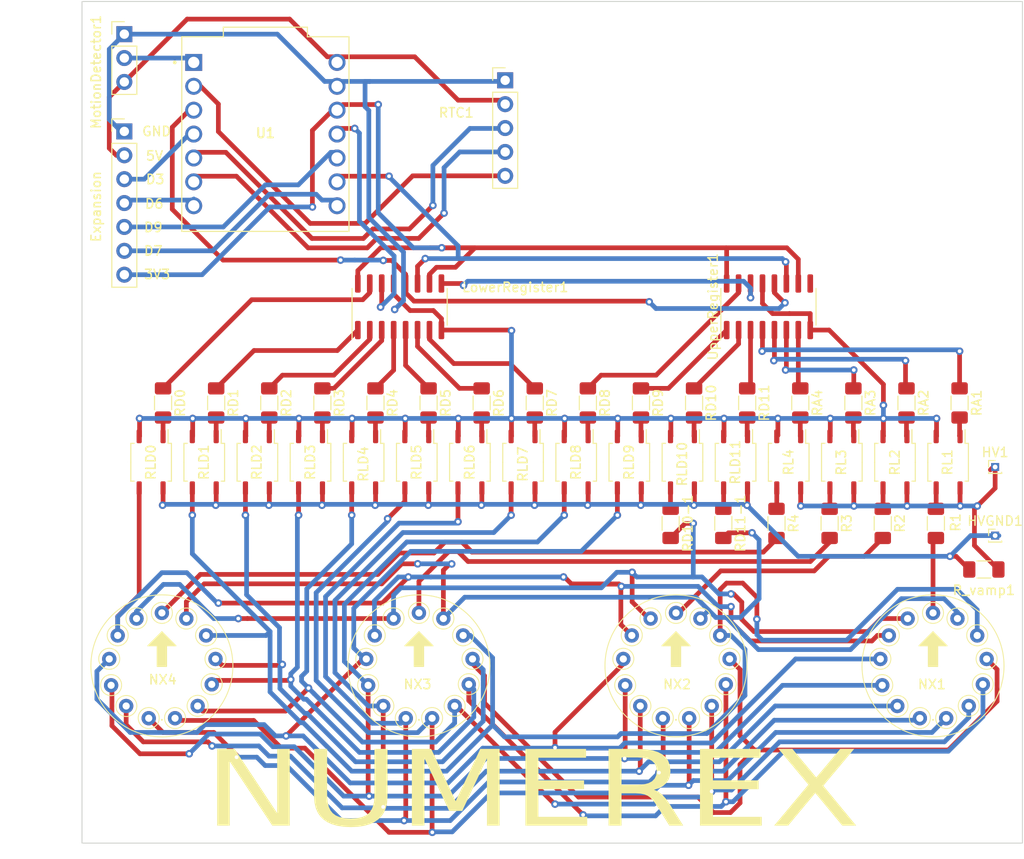
<source format=kicad_pcb>
(kicad_pcb (version 20221018) (generator pcbnew)
  (title_block (title "Numerex Tube Driver") (date "2023-11-18") (rev "Footprint Cuarta") (company "Futuron Electronics"))
  (layers (0 "F.Cu" signal) (31 "B.Cu" signal) (34 "B.Paste" user) (35 "F.Paste" user) (36 "B.SilkS" user "B.Silkscreen") (37 "F.SilkS" user "F.Silkscreen") (38 "B.Mask" user) (39 "F.Mask" user) (44 "Edge.Cuts" user))
  (net 0 "")
  (net 1 "Net-(NX1-RC)")
  (net 2 "Net-(LowerRegister1-QA)")
  (net 3 "Net-(NX1-D0)")
  (net 4 "Net-(LowerRegister1-QB)")
  (net 5 "Net-(NX1-D9)")
  (net 6 "Net-(LowerRegister1-QC)")
  (net 7 "Net-(NX1-D8)")
  (net 8 "Net-(LowerRegister1-QD)")
  (net 9 "Net-(NX1-D7)")
  (net 10 "Net-(LowerRegister1-QE)")
  (net 11 "Net-(NX1-D6)")
  (net 12 "Net-(LowerRegister1-QF)")
  (net 13 "Net-(NX1-D5)")
  (net 14 "Net-(LowerRegister1-QG)")
  (net 15 "Net-(NX1-D4)")
  (net 16 "Net-(LowerRegister1-QH)")
  (net 17 "Net-(NX1-D3)")
  (net 18 "Net-(NX1-D2)")
  (net 19 "Net-(HV1-Pin_1)")
  (net 20 "Net-(HVGND1-Pin_1)")
  (net 21 "Net-(LowerRegister1-VCC)")
  (net 22 "Net-(LowerRegister1-SRCLK)")
  (net 23 "Net-(LowerRegister1-RCLK)")
  (net 24 "Net-(RL1-Load)")
  (net 25 "Net-(RL2-Load)")
  (net 26 "Net-(RL3-Load)")
  (net 27 "Net-(RL4-Load)")
  (net 28 "Net-(LowerRegister1-SER)")
  (net 29 "Net-(LowerRegister1-QH')")
  (net 30 "Net-(NX1-Anode)")
  (net 31 "Net-(NX2-Anode)")
  (net 32 "Net-(NX3-Anode)")
  (net 33 "Net-(NX4-Anode)")
  (net 34 "Net-(UpperRegister1-QE)")
  (net 35 "Net-(RL1-Diode+)")
  (net 36 "Net-(UpperRegister1-QF)")
  (net 37 "Net-(RL2-Diode+)")
  (net 38 "Net-(UpperRegister1-QG)")
  (net 39 "Net-(RL3-Diode+)")
  (net 40 "Net-(UpperRegister1-QH)")
  (net 41 "Net-(RL4-Diode+)")
  (net 42 "Net-(RLD0-Diode+)")
  (net 43 "Net-(RLD1-Diode+)")
  (net 44 "Net-(RLD2-Diode+)")
  (net 45 "Net-(RLD3-Diode+)")
  (net 46 "Net-(RLD4-Diode+)")
  (net 47 "Net-(RLD5-Diode+)")
  (net 48 "Net-(RLD6-Diode+)")
  (net 49 "Net-(RLD7-Diode+)")
  (net 50 "Net-(UpperRegister1-QA)")
  (net 51 "Net-(RLD8-Diode+)")
  (net 52 "Net-(UpperRegister1-QB)")
  (net 53 "Net-(RLD9-Diode+)")
  (net 54 "Net-(UpperRegister1-QC)")
  (net 55 "Net-(RLD10-Diode+)")
  (net 56 "Net-(RLD10-Load)")
  (net 57 "Net-(NX1-D1)")
  (net 58 "Net-(UpperRegister1-QD)")
  (net 59 "Net-(RLD11-Diode+)")
  (net 60 "Net-(NX1-LC)")
  (net 62 "Net-(RLD11-Load)")
  (net 63 "Net-(LowerRegister1-GND)")
  (net 64 "Net-(MotionDetector1-Sense)")
  (net 65 "Net-(MotionDetector1-5V)")
  (net 66 "Net-(RTC1-SDA)")
  (net 67 "Net-(RTC1-SCL)")
  (net 68 "Net-(RTC1-SQW)")
  (net 69 "unconnected-(U1-A3{slash}D3-Pad4)")
  (net 70 "unconnected-(U1-A6{slash}D6{slash}TX-Pad7)")
  (net 71 "unconnected-(U1-A7{slash}D7{slash}RX-Pad8)")
  (net 72 "unconnected-(U1-A9{slash}D9{slash}MISO-Pad10)")
  (footprint "Connector_PinHeader_2.54mm:PinHeader_1x07_P2.54mm_Vertical" (layer "F.Cu") (at 148 55.815)
    (fp_text reference "Expansion")
    (fp_text value "PinHeader_1x07_P2.54mm_Vertical")
  )
  (footprint "Resistor_SMD:R_1206_3216Metric_Pad1.30x1.75mm_HandSolder" (layer "F.Cu") (at 234.3 97.5 -90)
    (fp_text reference "R1")
    (fp_text value "22k")
  )
  (footprint "Resistor_SMD:R_1206_3216Metric_Pad1.30x1.75mm_HandSolder" (layer "F.Cu") (at 191.646662 84.69 -90)
    (fp_text reference "RD7")
    (fp_text value "1500" hide)
  )
  (footprint "Resistor_SMD:R_1206_3216Metric_Pad1.30x1.75mm_HandSolder" (layer "F.Cu") (at 236.82 84.69 -90)
    (fp_text reference "RA1")
    (fp_text value "1500")
  )
  (footprint "Numerex_Footprints:IN-14" (layer "F.Cu") (at 142.654774 121.898488)
    (fp_text reference "NX4")
    (fp_text value "~")
  )
  (footprint "Package_SO:SOP-4_3.8x4.1mm_P2.54mm" (layer "F.Cu") (at 179.1 91 -90)
    (fp_text reference "RLD5")
    (fp_text value "~")
  )
  (footprint "Package_SO:SOP-4_3.8x4.1mm_P2.54mm" (layer "F.Cu") (at 190.4 91 -90)
    (fp_text reference "RLD7")
    (fp_text value "~")
  )
  (footprint "Resistor_SMD:R_1206_3216Metric_Pad1.30x1.75mm_HandSolder" (layer "F.Cu") (at 157.766666 84.69 -90)
    (fp_text reference "RD1")
    (fp_text value "1500")
  )
  (footprint "Resistor_SMD:R_1206_3216Metric_Pad1.30x1.75mm_HandSolder" (layer "F.Cu") (at 163.413332 84.69 -90)
    (fp_text reference "RD2")
    (fp_text value "1500")
  )
  (footprint "Resistor_SMD:R_1206_3216Metric_Pad1.30x1.75mm_HandSolder" (layer "F.Cu") (at 217.35 97.5 -90)
    (fp_text reference "R4")
    (fp_text value "22k")
  )
  (footprint "Resistor_SMD:R_1206_3216Metric_Pad1.30x1.75mm_HandSolder" (layer "F.Cu") (at 206.095 97.5 -90)
    (fp_text reference "RD10-1")
    (fp_text value "10k")
  )
  (footprint "Resistor_SMD:R_1206_3216Metric_Pad1.30x1.75mm_HandSolder" (layer "F.Cu") (at 169.059998 84.69 -90)
    (fp_text reference "RD3")
    (fp_text value "1500")
  )
  (footprint "Numerex_Footprints:MODULE_ADAFRUIT_QT_PY" (layer "F.Cu") (at 163 56.1)
    (fp_text reference "U1")
    (fp_text value "ADAFRUIT_QT_PY")
  )
  (footprint "Package_SO:SOP-4_3.8x4.1mm_P2.54mm" (layer "F.Cu") (at 173.45 91 -90)
    (fp_text reference "RLD4")
    (fp_text value "~")
  )
  (footprint "Resistor_SMD:R_1206_3216Metric_Pad1.30x1.75mm_HandSolder" (layer "F.Cu") (at 228.65 97.5 -90)
    (fp_text reference "R2")
    (fp_text value "22k")
  )
  (footprint "Package_SO:SOP-4_3.8x4.1mm_P2.54mm" (layer "F.Cu") (at 207.35 91 -90)
    (fp_text reference "RLD10")
    (fp_text value "~")
  )
  (footprint "Connector_PinHeader_2.54mm:PinHeader_1x03_P2.54mm_Vertical" (layer "F.Cu") (at 148 45.475)
    (fp_text reference "MotionDetector1")
    (fp_text value "~")
  )
  (footprint "Resistor_SMD:R_1206_3216Metric_Pad1.30x1.75mm_HandSolder" (layer "F.Cu") (at 152.12 84.69 -90)
    (fp_text reference "RD0")
    (fp_text value "1500")
  )
  (footprint "Resistor_SMD:R_1206_3216Metric_Pad1.30x1.75mm_HandSolder" (layer "F.Cu") (at 239.4 102.4 180)
    (fp_text reference "R_vamp1")
    (fp_text value "22k")
  )
  (footprint "Resistor_SMD:R_1206_3216Metric_Pad1.30x1.75mm_HandSolder" (layer "F.Cu") (at 180.35333 84.69 -90)
    (fp_text reference "RD5")
    (fp_text value "1500")
  )
  (footprint "Package_SO:SOP-4_3.8x4.1mm_P2.54mm" (layer "F.Cu") (at 213 91 -90)
    (fp_text reference "RLD11")
    (fp_text value "~")
  )
  (footprint "Resistor_SMD:R_1206_3216Metric_Pad1.30x1.75mm_HandSolder" (layer "F.Cu") (at 231.173324 84.69 -90)
    (fp_text reference "RA2")
    (fp_text value "1500")
  )
  (footprint "Numerex_Footprints:IN-14" (layer "F.Cu") (at 169.988107 121.898488)
    (fp_text reference "NX3")
    (fp_text value "~")
  )
  (footprint "Resistor_SMD:R_1206_3216Metric_Pad1.30x1.75mm_HandSolder" (layer "F.Cu") (at 174.706664 84.69 -90)
    (fp_text reference "RD4")
    (fp_text value "1500")
  )
  (footprint "Resistor_SMD:R_1206_3216Metric_Pad1.30x1.75mm_HandSolder" (layer "F.Cu") (at 223 97.5 -90)
    (fp_text reference "R3")
    (fp_text value "22k")
  )
  (footprint "Resistor_SMD:R_1206_3216Metric_Pad1.30x1.75mm_HandSolder" (layer "F.Cu") (at 197.293328 84.69 -90)
    (fp_text reference "RD8")
    (fp_text value "1500")
  )
  (footprint "Resistor_SMD:R_1206_3216Metric_Pad1.30x1.75mm_HandSolder" (layer "F.Cu") (at 225.526658 84.69 -90)
    (fp_text reference "RA3")
    (fp_text value "1500")
  )
  (footprint "Package_SO:SOP-4_3.8x4.1mm_P2.54mm" (layer "F.Cu") (at 196.05 91 -90)
    (fp_text reference "RLD8")
    (fp_text value "~")
  )
  (footprint "Resistor_SMD:R_1206_3216Metric_Pad1.30x1.75mm_HandSolder" (layer "F.Cu") (at 219.879992 84.69 -90)
    (fp_text reference "RA4")
    (fp_text value "1500" hide)
  )
  (footprint "Package_SO:SOP-4_3.8x4.1mm_P2.54mm" (layer "F.Cu") (at 162.15 91 -90)
    (fp_text reference "RLD2")
    (fp_text value "~")
  )
  (footprint "Package_SO:SOP-4_3.8x4.1mm_P2.54mm" (layer "F.Cu") (at 184.75 91 -90)
    (fp_text reference "RLD6")
    (fp_text value "~")
  )
  (footprint "Numerex_Footprints:IN-14" (layer "F.Cu") (at 197.32144 121.898488)
    (fp_text reference "NX2")
    (fp_text value "~")
  )
  (footprint "Package_SO:SOP-4_3.8x4.1mm_P2.54mm" (layer "F.Cu") (at 224.3 91 -90)
    (fp_text reference "RL3")
    (fp_text value "~")
  )
  (footprint "Package_SO:SOP-4_3.8x4.1mm_P2.54mm" (layer "F.Cu") (at 167.8 91 -90)
    (fp_text reference "RLD3")
    (fp_text value "~")
  )
  (footprint "Resistor_SMD:R_1206_3216Metric_Pad1.30x1.75mm_HandSolder" (layer "F.Cu") (at 208.58666 84.69 -90)
    (fp_text reference "RD10")
    (fp_text value "1500")
  )
  (footprint "Package_SO:SOP-4_3.8x4.1mm_P2.54mm" (layer "F.Cu") (at 201.7 91 -90)
    (fp_text reference "RLD9")
    (fp_text value "~")
  )
  (footprint "Numerex_Footprints:IN-14" (layer "F.Cu") (at 224.654774 121.898488)
    (fp_text reference "NX1")
    (fp_text value "~")
  )
  (footprint "Package_SO:SOP-4_3.8x4.1mm_P2.54mm" (layer "F.Cu") (at 235.6 91 -90)
    (fp_text reference "RL1")
    (fp_text value "~")
  )
  (footprint "Package_SO:SOP-4_3.8x4.1mm_P2.54mm" (layer "F.Cu") (at 218.65 91 -90)
    (fp_text reference "RL4")
    (fp_text value "~")
  )
  (footprint "Package_SO:SOP-4_3.8x4.1mm_P2.54mm" (layer "F.Cu") (at 229.95 91 -90)
    (fp_text reference "RL2")
    (fp_text value "~")
  )
  (footprint "Package_SO:SOIC-16_3.9x9.9mm_P1.27mm" (layer "F.Cu") (at 177.275 74.465 90)
    (fp_text reference "LowerRegister1")
    (fp_text value "SN74HC595DR")
  )
  (footprint "Resistor_SMD:R_1206_3216Metric_Pad1.30x1.75mm_HandSolder" (layer "F.Cu") (at 211.695 97.5 -90)
    (fp_text reference "RD11-1")
    (fp_text value "10k")
  )
  (footprint "Resistor_SMD:R_1206_3216Metric_Pad1.30x1.75mm_HandSolder" (layer "F.Cu") (at 185.999996 84.69 -90)
    (fp_text reference "RD6")
    (fp_text value "1500")
  )
  (footprint "Connector_PinHeader_1.00mm:PinHeader_1x01_P1.00mm_Vertical" (layer "F.Cu") (at 240.6 91.5)
    (fp_text reference "HV1")
    (fp_text value "170")
  )
  (footprint "Package_SO:SOP-4_3.8x4.1mm_P2.54mm" (layer "F.Cu") (at 156.5 91 -90)
    (fp_text reference "RLD1")
    (fp_text value "~")
  )
  (footprint "Package_SO:SOP-4_3.8x4.1mm_P2.54mm" (layer "F.Cu") (at 150.85 91 -90)
    (fp_text reference "RLD0")
    (fp_text value "~")
  )
  (footprint "Numerex_Footprints:RTC" (layer "F.Cu") (at 183.3 62.33)
    (fp_text reference "RTC1")
    (fp_text value "~")
  )
  (footprint "Package_SO:SOIC-16_3.9x9.9mm_P1.27mm" (layer "F.Cu") (at 216.495 74.465 90)
    (fp_text reference "UpperRegister1")
    (fp_text value "SN74HC595DR")
  )
  (footprint "Resistor_SMD:R_1206_3216Metric_Pad1.30x1.75mm_HandSolder" (layer "F.Cu") (at 214.233326 84.69 -90)
    (fp_text reference "RD11")
    (fp_text value "1500")
  )
  (footprint "Resistor_SMD:R_1206_3216Metric_Pad1.30x1.75mm_HandSolder" (layer "F.Cu") (at 202.939994 84.69 -90)
    (fp_text reference "RD9")
    (fp_text value "1500")
  )
  (footprint "Connector_PinHeader_1.00mm:PinHeader_1x01_P1.00mm_Vertical" (layer "F.Cu") (at 240.6 98.8)
    (fp_text reference "HVGND1")
    (fp_text value "~")
  )
  (gr_rect (start 143.5 42) (end 243.5 131.5) (stroke (width 0.1)) (fill none) (layer "Edge.Cuts"))
  (gr_text "D7" (at 150 69.1) (layer "F.SilkS") (effects (font (size 1 1) (thickness 0.16)) (justify left bottom)))
  (gr_text "D6" (at 150.1 64.1) (layer "F.SilkS") (effects (font (size 1 1) (thickness 0.16)) (justify left bottom)))
  (gr_text "D3" (at 150.2 61.5) (layer "F.SilkS") (effects (font (size 1 1) (thickness 0.16)) (justify left bottom)))
  (gr_text "3V3" (at 150 71.6) (layer "F.SilkS") (effects (font (size 1 1) (thickness 0.16)) (justify left bottom)))
  (gr_text "GND" (at 149.8 56.4) (layer "F.SilkS") (effects (font (size 1 1) (thickness 0.16)) (justify left bottom)))
  (gr_text "NUMEREX" (at 156.5 131) (layer "F.SilkS") (effects (font (size 8 10)) (justify left bottom)))
  (gr_text "D9" (at 150 66.6) (layer "F.SilkS") (effects (font (size 1 1) (thickness 0.16)) (justify left bottom)))
  (gr_text "5V" (at 150.2 59) (layer "F.SilkS") (effects (font (size 1 1) (thickness 0.16)) (justify left bottom)))
  (segment (start 193.8 121.348352) (end 193.8 119.697852) (width 0.5) (layer "F.Cu") (net 0))
  (segment (start 184.628107 116.340173) (end 184.628107 114.616521) (width 0.5) (layer "F.Cu") (net 0))
  (segment (start 177.83 95.17) (end 177.83 93.37525) (width 0.5) (layer "F.Cu") (net 0))
  (segment (start 149.58 93.75) (end 149.58 105.117852) (width 0.5) (layer "F.Cu") (net 0))
  (segment (start 147.294774 107.403078) (end 149.58 105.117852) (width 0.5) (layer "F.Cu") (net 0))
  (segment (start 154.9 121.997852) (end 149.6614 121.997852) (width 0.5) (layer "F.Cu") (net 0))
  (segment (start 161.754098 118.45195) (end 164.7 121.397852) (width 0.5) (layer "F.Cu") (net 0))
  (segment (start 177.928107 128.919745) (end 177.75 129.097852) (width 0.5) (layer "F.Cu") (net 0))
  (segment (start 155.23 96.62475) (end 155.23 93.37525) (width 0.5) (layer "F.Cu") (net 0))
  (segment (start 240.806774 113.028521) (end 240.806774 116.416078) (width 0.5) (layer "F.Cu") (net 0))
  (segment (start 205.3 123.547852) (end 205.3 118.255081) (width 0.5) (layer "F.Cu") (net 0))
  (segment (start 164.8 112.497852) (end 164.7 112.597852) (width 0.5) (layer "F.Cu") (net 0))
  (segment (start 212.449786 128.247852) (end 210.65 128.247852) (width 0.5) (layer "F.Cu") (net 0))
  (segment (start 147.294774 109.416521) (end 147.294774 107.403078) (width 0.5) (layer "F.Cu") (net 0))
  (segment (start 165.7 114.097852) (end 165.6 114.197852) (width 0.5) (layer "F.Cu") (net 0))
  (segment (start 194.7 103.198352) (end 194.8005 103.198352) (width 0.5) (layer "F.Cu") (net 0))
  (segment (start 227.5 110) (end 228.083479 109.416521) (width 0.5) (layer "F.Cu") (net 0))
  (segment (start 156.890815 120.728521) (end 150.017709 120.728521) (width 0.5) (layer "F.Cu") (net 0))
  (segment (start 208 125.347852) (end 208.06144 125.286412) (width 0.5) (layer "F.Cu") (net 0))
  (segment (start 215.265214 105.351) (end 213.764214 103.85) (width 0.5) (layer "F.Cu") (net 0))
  (segment (start 200.8 104.148352) (end 200.8 108.255081) (width 0.5) (layer "F.Cu") (net 0))
  (segment (start 160.88 96.62475) (end 160.88 93.37525) (width 0.5) (layer "F.Cu") (net 0))
  (segment (start 186.3 113.697852) (end 185.028107 112.425959) (width 0.5) (layer "F.Cu") (net 0))
  (segment (start 153.630203 118.45195) (end 161.754098 118.45195) (width 0.5) (layer "F.Cu") (net 0))
  (segment (start 212.36144 111.916521) (end 213.47344 113.028521) (width 0.5) (layer "F.Cu") (net 0))
  (segment (start 176.15 130.347852) (end 180.75 130.347852) (width 0.5) (layer "F.Cu") (net 0))
  (segment (start 210.65 128.247852) (end 209 126.597852) (width 0.5) (layer "F.Cu") (net 0))
  (segment (start 146.682774 114.780626) (end 146.594774 114.692626) (width 0.5) (layer "F.Cu") (net 0))
  (segment (start 239.694774 111.916521) (end 240.806774 113.028521) (width 0.5) (layer "F.Cu") (net 0))
  (segment (start 157.306774 114.628521) (end 157.294774 114.616521) (width 0.5) (layer "F.Cu") (net 0))
  (segment (start 201.26144 122.436412) (end 201.26144 114.716521) (width 0.5) (layer "F.Cu") (net 0))
  (segment (start 193.8 119.697852) (end 201.06144 112.436412) (width 0.5) (layer "F.Cu") (net 0))
  (segment (start 150.017709 120.728521) (end 148.194774 118.905586) (width 0.5) (layer "F.Cu") (net 0))
  (segment (start 201.2 122.497852) (end 201.26144 122.436412) (width 0.5) (layer "F.Cu") (net 0))
  (segment (start 157.713443 114.197852) (end 157.294774 114.616521) (width 0.5) (layer "F.Cu") (net 0))
  (segment (start 146.682774 119.019226) (end 146.682774 114.780626) (width 0.5) (layer "F.Cu") (net 0))
  (segment (start 213.47344 127.224198) (end 212.449786 128.247852) (width 0.5) (layer "F.Cu") (net 0))
  (segment (start 202.75 123.847852) (end 202.86144 123.736412) (width 0.5) (layer "F.Cu") (net 0))
  (segment (start 215 121.597852) (end 213.47344 123.124412) (width 0.5) (layer "F.Cu") (net 0))
  (segment (start 209 126.597852) (end 196.3 126.597852) (width 0.5) (layer "F.Cu") (net 0))
  (segment (start 214.538218 110) (end 227.5 110) (width 0.5) (layer "F.Cu") (net 0))
  (segment (start 213.47344 113.028521) (end 213.47344 119.847852) (width 0.5) (layer "F.Cu") (net 0))
  (segment (start 180.728107 118.216521) (end 180.728107 130.097852) (width 0.5) (layer "F.Cu") (net 0))
  (segment (start 164.7 112.597852) (end 158.4 112.597852) (width 0.5) (layer "F.Cu") (net 0))
  (segment (start 183.48 97.323102) (end 183.48 93.37525) (width 0.5) (layer "F.Cu") (net 0))
  (segment (start 212.034594 103.85) (end 211.36144 104.523154) (width 0.5) (layer "F.Cu") (net 0))
  (segment (start 212.51094 106.3505) (end 212.51094 107.972722) (width 0.5) (layer "F.Cu") (net 0))
  (segment (start 189.13 96.62475) (end 189.13 93.37525) (width 0.5) (layer "F.Cu") (net 0))
  (segment (start 195.7 103.997852) (end 195.65 103.947852) (width 0.5) (layer "F.Cu") (net 0))
  (segment (start 165.2 120.097852) (end 173.381331 111.916521) (width 0.5) (layer "F.Cu") (net 0))
  (segment (start 193.8 127.347852) (end 193.75 127.347852) (width 0.5) (layer "F.Cu") (net 0))
  (segment (start 159.93718 122.149246) (end 157.516455 119.728521) (width 0.5) (layer "F.Cu") (net 0))
  (segment (start 195.75 103.947852) (end 195.7 103.997852) (width 0.5) (layer "F.Cu") (net 0))
  (segment (start 193.75 127.347852) (end 183.318669 116.916521) (width 0.5) (layer "F.Cu") (net 0))
  (segment (start 166.53 96.62475) (end 166.53 93.37525) (width 0.5) (layer "F.Cu") (net 0))
  (segment (start 158 105.972602) (end 175.42525 105.972602) (width 0.5) (layer "F.Cu") (net 0))
  (segment (start 210.46144 116.916521) (end 210.46144 125.997352) (width 0.5) (layer "F.Cu") (net 0))
  (segment (start 167.584894 115.012958) (end 165.145903 117.451949) (width 0.5) (layer "F.Cu") (net 0))
  (segment (start 173.928107 126.397852) (end 173.928107 114.716521) (width 0.5) (layer "F.Cu") (net 0))
  (segment (start 235.625 121.597852) (end 215 121.597852) (width 0.5) (layer "F.Cu") (net 0))
  (segment (start 204.8505 123.997352) (end 205.3 123.547852) (width 0.5) (layer "F.Cu") (net 0))
  (segment (start 175.42525 105.972602) (end 178.2 103.197852) (width 0.5) (layer "F.Cu") (net 0))
  (segment (start 172.18 96.62475) (end 172.18 93.37525) (width 0.5) (layer "F.Cu") (net 0))
  (segment (start 205.3 118.255081) (end 205.26144 118.216521) (width 0.5) (layer "F.Cu") (net 0))
  (segment (start 146.594774 114.692626) (end 146.594774 114.716521) (width 0.5) (layer "F.Cu") (net 0))
  (segment (start 195.65 103.947852) (end 195.55 103.947852) (width 0.5) (layer "F.Cu") (net 0))
  (segment (start 200.5995 103.947852) (end 195.75 103.947852) (width 0.5) (layer "F.Cu") (net 0))
  (segment (start 158.4 112.597852) (end 157.718669 111.916521) (width 0.5) (layer "F.Cu") (net 0))
  (segment (start 157.330073 121.167779) (end 156.890815 120.728521) (width 0.5) (layer "F.Cu") (net 0))
  (segment (start 213.764214 103.85) (end 212.034594 103.85) (width 0.5) (layer "F.Cu") (net 0))
  (segment (start 152.106774 119.728521) (end 150.594774 118.216521) (width 0.5) (layer "F.Cu") (net 0))
  (segment (start 156.330202 117.451949) (end 155.794774 116.916521) (width 0.5) (layer "F.Cu") (net 0))
  (segment (start 200.85 104.198352) (end 200.5995 103.947852) (width 0.5) (layer "F.Cu") (net 0))
  (segment (start 167.2 121.397852) (end 176.15 130.347852) (width 0.5) (layer "F.Cu") (net 0))
  (segment (start 211.97344 114.628521) (end 211.97344 127.097852) (width 0.5) (layer "F.Cu") (net 0))
  (segment (start 174.028107 126.497852) (end 173.928107 126.397852) (width 0.5) (layer "F.Cu") (net 0))
  (segment (start 208.06144 125.286412) (end 208.06144 118.216521) (width 0.5) (layer "F.Cu") (net 0))
  (segment (start 175.528107 127.647352) (end 175.528107 116.916521) (width 0.5) (layer "F.Cu") (net 0))
  (segment (start 215.265214 107.687142) (end 215.265214 105.351) (width 0.5) (layer "F.Cu") (net 0))
  (segment (start 202.86144 123.736412) (end 202.86144 116.916521) (width 0.5) (layer "F.Cu") (net 0))
  (segment (start 167.584894 115.012311) (end 167.584894 115.012958) (width 0.5) (layer "F.Cu") (net 0))
  (segment (start 194.78 96.62475) (end 194.78 93.37525) (width 0.5) (layer "F.Cu") (net 0))
  (segment (start 211.36144 104.523154) (end 211.36144 109.416521) (width 0.5) (layer "F.Cu") (net 0))
  (segment (start 183.318669 116.916521) (end 183.128107 116.916521) (width 0.5) (layer "F.Cu") (net 0))
  (segment (start 157.718669 111.916521) (end 157.694774 111.916521) (width 0.5) (layer "F.Cu") (net 0))
  (segment (start 200.5995 103.947852) (end 200.8 104.148352) (width 0.5) (layer "F.Cu") (net 0))
  (segment (start 213.47344 123.124412) (end 213.47344 127.224198) (width 0.5) (layer "F.Cu") (net 0))
  (segment (start 165.6 114.197852) (end 157.713443 114.197852) (width 0.5) (layer "F.Cu") (net 0))
  (segment (start 186.3 116.597852) (end 186.3 113.697852) (width 0.5) (layer "F.Cu") (net 0))
  (segment (start 200.43 96.62475) (end 200.43 93.37525) (width 0.5) (layer "F.Cu") (net 0))
  (segment (start 196.3 126.597852) (end 186.3 116.597852) (width 0.5) (layer "F.Cu") (net 0))
  (segment (start 196.785286 128.497352) (end 184.628107 116.340173) (width 0.5) (layer "F.Cu") (net 0))
  (segment (start 200.8 108.255081) (end 201.96144 109.416521) (width 0.5) (layer "F.Cu") (net 0))
  (segment (start 194.8005 103.198352) (end 195.55 103.947852) (width 0.5) (layer "F.Cu") (net 0))
  (segment (start 212.51094 107.972722) (end 214.538218 110) (width 0.5) (layer "F.Cu") (net 0))
  (segment (start 211.96144 114.616521) (end 211.97344 114.628521) (width 0.5) (layer "F.Cu") (net 0))
  (segment (start 240.806774 116.416078) (end 235.625 121.597852) (width 0.5) (layer "F.Cu") (net 0))
  (segment (start 228.083479 109.416521) (end 229.294774 109.416521) (width 0.5) (layer "F.Cu") (net 0))
  (segment (start 239.306774 114.628521) (end 239.294774 114.616521) (width 0.5) (layer "F.Cu") (net 0))
  (segment (start 185.028107 112.425959) (end 185.028107 111.916521) (width 0.5) (layer "F.Cu") (net 0))
  (segment (start 201.06144 112.436412) (end 201.06144 111.916521) (width 0.5) (layer "F.Cu") (net 0))
  (segment (start 153.394774 118.216521) (end 153.630203 118.45195) (width 0.5) (layer "F.Cu") (net 0))
  (segment (start 177.928107 118.216521) (end 177.928107 128.919745) (width 0.5) (layer "F.Cu") (net 0))
  (segment (start 195.55 103.947852) (end 200.5995 103.947852) (width 0.5) (layer "F.Cu") (net 0))
  (segment (start 165.145903 117.451949) (end 156.330202 117.451949) (width 0.5) (layer "F.Cu") (net 0))
  (segment (start 148.194774 118.905586) (end 148.194774 116.916521) (width 0.5) (layer "F.Cu") (net 0))
  (segment (start 157.516455 119.728521) (end 152.106774 119.728521) (width 0.5) (layer "F.Cu") (net 0))
  (segment (start 149.6614 121.997852) (end 146.682774 119.019226) (width 0.5) (layer "F.Cu") (net 0))
  (segment (start 164.7 121.397852) (end 167.2 121.397852) (width 0.5) (layer "F.Cu") (net 0))
  (segment (start 213.47344 120.071292) (end 215 121.597852) (width 0.5) (layer "F.Cu") (net 0))
  (segment (start 159.93718 122.360672) (end 159.93718 122.149246) (width 0.5) (layer "F.Cu") (net 0))
  (segment (start 176 97) (end 177.83 95.17) (width 0.5) (layer "F.Cu") (net 0))
  (segment (start 173.381331 111.916521) (end 173.728107 111.916521) (width 0.5) (layer "F.Cu") (net 0))
  (segment (start 213.47344 119.847852) (end 213.47344 120.071292) (width 0.5) (layer "F.Cu") (net 0))
  (via (at 160.88 96.62475) (size 0.8) (drill 0.4) (layers "F.Cu" "B.Cu") (net 0))
  (via (at 189.13 96.62475) (size 0.8) (drill 0.4) (layers "F.Cu" "B.Cu") (net 0))
  (via (at 154.9 121.997852) (size 0.8) (drill 0.4) (layers "F.Cu" "B.Cu") (net 0))
  (via (at 172.18 96.62475) (size 0.8) (drill 0.4) (layers "F.Cu" "B.Cu") (net 0))
  (via (at 158 105.972602) (size 0.8) (drill 0.4) (layers "F.Cu" "B.Cu") (net 0))
  (via (at 215.265214 107.687142) (size 0.8) (drill 0.4) (layers "F.Cu" "B.Cu") (net 0))
  (via (at 176 97) (size 0.8) (drill 0.4) (layers "F.Cu" "B.Cu") (net 0))
  (via (at 194.7 103.198352) (size 0.8) (drill 0.4) (layers "F.Cu" "B.Cu") (net 0))
  (via (at 211.97344 127.097852) (size 0.8) (drill 0.4) (layers "F.Cu" "B.Cu") (net 0))
  (via (at 157.330073 121.167779) (size 0.8) (drill 0.4) (layers "F.Cu" "B.Cu") (net 0))
  (via (at 200.43 96.62475) (size 0.8) (drill 0.4) (layers "F.Cu" "B.Cu") (net 0))
  (via (at 212.51094 106.3505) (size 0.8) (drill 0.4) (layers "F.Cu" "B.Cu") (net 0))
  (via (at 165.2 120.097852) (size 0.8) (drill 0.4) (layers "F.Cu" "B.Cu") (net 0))
  (via (at 210.46144 125.997352) (size 0.8) (drill 0.4) (layers "F.Cu" "B.Cu") (net 0))
  (via (at 194.78 96.62475) (size 0.8) (drill 0.4) (layers "F.Cu" "B.Cu") (net 0))
  (via (at 175.528107 127.647352) (size 0.8) (drill 0.4) (layers "F.Cu" "B.Cu") (net 0))
  (via (at 180.75 130.347852) (size 0.8) (drill 0.4) (layers "F.Cu" "B.Cu") (net 0))
  (via (at 204.8505 123.997352) (size 0.8) (drill 0.4) (layers "F.Cu" "B.Cu") (net 0))
  (via (at 165.7 114.097852) (size 0.8) (drill 0.4) (layers "F.Cu" "B.Cu") (net 0))
  (via (at 193.8 127.347852) (size 0.8) (drill 0.4) (layers "F.Cu" "B.Cu") (net 0))
  (via (at 177.75 129.097852) (size 0.8) (drill 0.4) (layers "F.Cu" "B.Cu") (net 0))
  (via (at 164.8 112.497852) (size 0.8) (drill 0.4) (layers "F.Cu" "B.Cu") (net 0))
  (via (at 183.48 97.323102) (size 0.8) (drill 0.4) (layers "F.Cu" "B.Cu") (net 0))
  (via (at 159.93718 122.360672) (size 0.8) (drill 0.4) (layers "F.Cu" "B.Cu") (net 0))
  (via (at 155.23 96.62475) (size 0.8) (drill 0.4) (layers "F.Cu" "B.Cu") (net 0))
  (via (at 167.584894 115.012311) (size 0.8) (drill 0.4) (layers "F.Cu" "B.Cu") (net 0))
  (via (at 208 125.347852) (size 0.8) (drill 0.4) (layers "F.Cu" "B.Cu") (net 0))
  (via (at 201.2 122.497852) (size 0.8) (drill 0.4) (layers "F.Cu" "B.Cu") (net 0))
  (via (at 174.028107 126.497852) (size 0.8) (drill 0.4) (layers "F.Cu" "B.Cu") (net 0))
  (via (at 193.8 121.348352) (size 0.8) (drill 0.4) (layers "F.Cu" "B.Cu") (net 0))
  (via (at 196.785286 128.497352) (size 0.8) (drill 0.4) (layers "F.Cu" "B.Cu") (net 0))
  (via (at 200.85 104.198352) (size 0.8) (drill 0.4) (layers "F.Cu" "B.Cu") (net 0))
  (via (at 166.53 96.62475) (size 0.8) (drill 0.4) (layers "F.Cu" "B.Cu") (net 0))
  (via (at 178.2 103.197852) (size 0.8) (drill 0.4) (layers "F.Cu" "B.Cu") (net 0))
  (via (at 202.75 123.847852) (size 0.8) (drill 0.4) (layers "F.Cu" "B.Cu") (net 0))
  (segment (start 235.205117 120.728521) (end 237.794774 118.138864) (width 0.5) (layer "B.Cu") (net 0))
  (segment (start 208.5 124.847852) (end 212.15 124.847852) (width 0.5) (layer "B.Cu") (net 0))
  (segment (start 212.51094 106.3505) (end 211.166862 106.3505) (width 0.5) (layer "B.Cu") (net 0))
  (segment (start 203.335786 121.847852) (end 210.864213 121.847853) (width 0.5) (layer "B.Cu") (net 0))
  (segment (start 203.75 122.847852) (end 211.278427 122.847853) (width 0.5) (layer "B.Cu") (net 0))
  (segment (start 145.082774 116.180626) (end 145.082774 113.228521) (width 0.5) (layer "B.Cu") (net 0))
  (segment (start 177.392679 118.751949) (end 177.928107 118.216521) (width 0.5) (layer "B.Cu") (net 0))
  (segment (start 148.630669 119.728521) (end 145.082774 116.180626) (width 0.5) (layer "B.Cu") (net 0))
  (segment (start 163.804774 121.247852) (end 166.071572 121.247852) (width 0.5) (layer "B.Cu") (net 0))
  (segment (start 200.80944 119.847852) (end 209.95 119.847852) (width 0.5) (layer "B.Cu") (net 0))
  (segment (start 237.794774 118.138864) (end 237.794774 116.916521) (width 0.5) (layer "B.Cu") (net 0))
  (segment (start 210.61094 125.847852) (end 212.564214 125.847852) (width 0.5) (layer "B.Cu") (net 0))
  (segment (start 163.083479 109.416521) (end 156.694774 109.416521) (width 0.5) (layer "B.Cu") (net 0))
  (segment (start 202.685786 122.497852) (end 203.335786 121.847852) (width 0.5) (layer "B.Cu") (net 0))
  (segment (start 181.421572 121.847852) (end 185.163535 118.105889) (width 0.5) (layer "B.Cu") (net 0))
  (segment (start 174.6 105.740494) (end 174.6 109.388414) (width 0.5) (layer "B.Cu") (net 0))
  (segment (start 157.330073 121.167779) (end 162.310487 121.167779) (width 0.5) (layer "B.Cu") (net 0))
  (segment (start 171.399999 106.112067) (end 171.4 112.188414) (width 0.5) (layer "B.Cu") (net 0))
  (segment (start 217.683545 120.728521) (end 235.205117 120.728521) (width 0.5) (layer "B.Cu") (net 0))
  (segment (start 161 96.74475) (end 160.88 96.62475) (width 0.5) (layer "B.Cu") (net 0))
  (segment (start 204.914214 125.347852) (end 208 125.347852) (width 0.5) (layer "B.Cu") (net 0))
  (segment (start 180.6 103.198352) (end 194.7 103.198352) (width 0.5) (layer "B.Cu") (net 0))
  (segment (start 164.5 108.585786) (end 161 105.085786) (width 0.5) (layer "B.Cu") (net 0))
  (segment (start 164.5 112.197852) (end 164.5 108.585786) (width 0.5) (layer "B.Cu") (net 0))
  (segment (start 173.568669 111.916521) (end 173.728107 111.916521) (width 0.5) (layer "B.Cu") (net 0))
  (segment (start 166.85 113.762066) (end 166.85 114.277417) (width 0.5) (layer "B.Cu") (net 0))
  (segment (start 179.192679 119.751949) (end 180.728107 118.216521) (width 0.5) (layer "B.Cu") (net 0))
  (segment (start 156.180073 120.691433) (end 156.973654 119.897852) (width 0.5) (layer "B.Cu") (net 0))
  (segment (start 171.321572 126.497852) (end 174.028107 126.497852) (width 0.5) (layer "B.Cu") (net 0))
  (segment (start 165.2 120.097852) (end 164.068988 120.097852) (width 0.5) (layer "B.Cu") (net 0))
  (segment (start 180.75 130.347852) (end 180.8 130.297852) (width 0.5) (layer "B.Cu") (net 0))
  (segment (start 162.454774 119.897852) (end 163.804774 121.247852) (width 0.5) (layer "B.Cu") (net 0))
  (segment (start 156.973654 119.897852) (end 162.454774 119.897852) (width 0.5) (layer "B.Cu") (net 0))
  (segment (start 154.643902 102.741754) (end 151.993327 102.741754) (width 0.5) (layer "B.Cu") (net 0))
  (segment (start 186.114214 121.397852) (end 182.414214 125.097852) (width 0.5) (layer "B.Cu") (net 0))
  (segment (start 173.006214 121.847852) (end 181.421572 121.847852) (width 0.5) (layer "B.Cu") (net 0))
  (segment (start 178.2 103.197852) (end 177.142642 103.197852) (width 0.5) (layer "B.Cu") (net 0))
  (segment (start 168.170427 115.597844) (end 168.170427 115.597851) (width 0.5) (layer "B.Cu") (net 0))
  (segment (start 161 105.085786) (end 161 96.74475) (width 0.5) (layer "B.Cu") (net 0))
  (segment (start 182.543142 127.797352) (end 186.492642 123.847852) (width 0.5) (layer "B.Cu") (net 0))
  (segment (start 217.269331 119.728521) (end 233.882774 119.728521) (width 0.5) (layer "B.Cu") (net 0))
  (segment (start 215.265214 107.687142) (end 215.265214 109.334638) (width 0.5) (layer "B.Cu") (net 0))
  (segment (start 175.427607 127.747852) (end 175.528107 127.647352) (width 0.5) (layer "B.Cu") (net 0))
  (segment (start 181.835786 122.847852) (end 186.163535 118.520103) (width 0.5) (layer "B.Cu") (net 0))
  (segment (start 168.4 114.201784) (end 173.950166 119.75195) (width 0.5) (layer "B.Cu") (net 0))
  (segment (start 167.013572 120.097852) (end 165.2 120.097852) (width 0.5) (layer "B.Cu") (net 0))
  (segment (start 168.4 104.869424) (end 168.4 114.201784) (width 0.5) (layer "B.Cu") (net 0))
  (segment (start 186.740322 125.014386) (end 182.656856 129.097852) (width 0.5) (layer "B.Cu") (net 0))
  (segment (start 167.4 113.212066) (end 166.85 113.762066) (width 0.5) (layer "B.Cu") (net 0))
  (segment (start 155.23 100.73) (end 163.5 109) (width 0.5) (layer "B.Cu") (net 0))
  (segment (start 201.2 122.497852) (end 202.685786 122.497852) (width 0.5) (layer "B.Cu") (net 0))
  (segment (start 200.43 96.62475) (end 196.582148 100.472602) (width 0.5) (layer "B.Cu") (net 0))
  (segment (start 174.6 109.388414) (end 174.628107 109.416521) (width 0.5) (layer "B.Cu") (net 0))
  (segment (start 183.48 97.323102) (end 183.3305 97.472602) (width 0.5) (layer "B.Cu") (net 0))
  (segment (start 184.790107 109.416521) (end 184.028107 109.416521) (width 0.5) (layer "B.Cu") (net 0))
  (segment (start 166.85 114.277417) (end 167.584894 115.012311) (width 0.5) (layer "B.Cu") (net 0))
  (segment (start 163.39056 122.247852) (end 165.657358 122.247852) (width 0.5) (layer "B.Cu") (net 0))
  (segment (start 177.142642 103.197852) (end 174.6 105.740494) (width 0.5) (layer "B.Cu") (net 0))
  (segment (start 214 115.797852) (end 214 110.897852) (width 0.5) (layer "B.Cu") (net 0))
  (segment (start 211.278427 122.847853) (end 217.209759 116.916521) (width 0.5) (layer "B.Cu") (net 0))
  (segment (start 233.882774 119.728521) (end 235.394774 118.216521) (width 0.5) (layer "B.Cu") (net 0))
  (segment (start 164.8 112.497852) (end 164.5 112.197852) (width 0.5) (layer "B.Cu") (net 0))
  (segment (start 191.932148 99.472602) (end 178.039464 99.472602) (width 0.5) (layer "B.Cu") (net 0))
  (segment (start 211.97344 127.097852) (end 212.728428 127.097852) (width 0.5) (layer "B.Cu") (net 0))
  (segment (start 171.4 112.188414) (end 173.928107 114.716521) (width 0.5) (layer "B.Cu") (net 0))
  (segment (start 172.4 106.52628) (end 172.4 110.747852) (width 0.5) (layer "B.Cu") (net 0))
  (segment (start 177.211036 97.472602) (end 169.399999 105.283639) (width 0.5) (layer "B.Cu") (net 0))
  (segment (start 170.4 113.373356) (end 173.943165 116.916521) (width 0.5) (layer "B.Cu") (net 0))
  (segment (start 181.103261 120.751949) (end 183.128107 118.727103) (width 0.5) (layer "B.Cu") (net 0))
  (segment (start 173.324525 120.751949) (end 181.103261 120.751949) (width 0.5) (layer "B.Cu") (net 0))
  (segment (start 204.1 126.162066) (end 204.914214 125.347852) (width 0.5) (layer "B.Cu") (net 0))
  (segment (start 218.097759 121.728521) (end 235.619331 121.728521) (width 0.5) (layer "B.Cu") (net 0))
  (segment (start 167.584894 115.012311) (end 168.170427 115.597844) (width 0.5) (layer "B.Cu") (net 0))
  (segment (start 162.868987 118.897851) (end 156.55944 118.897852) (width 0.5) (layer "B.Cu") (net 0))
  (segment (start 166.771573 118.697853) (end 167.027786 118.697852) (width 0.5) (layer "B.Cu") (net 0))
  (segment (start 212.728428 127.097852) (end 218.097759 121.728521) (width 0.5) (layer "B.Cu") (net 0))
  (segment (start 211.692641 123.847853) (end 217.111973 118.428521) (width 0.5) (layer "B.Cu") (net 0))
  (segment (start 166.071572 121.247852) (end 171.321572 126.497852) (width 0.5) (layer "B.Cu") (net 0))
  (segment (start 182.656856 129.097852) (end 171.093144 129.097852) (width 0.5) (layer "B.Cu") (net 0))
  (segment (start 162.089166 122.360672) (end 159.93718 122.360672) (width 0.5) (layer "B.Cu") (net 0))
  (segment (start 157.87475 105.972602) (end 154.643902 102.741754) (width 0.5) (layer "B.Cu") (net 0))
  (segment (start 172.013572 125.097852) (end 167.013572 120.097852) (width 0.5) (layer "B.Cu") (net 0))
  (segment (start 183.128107 118.727103) (end 183.128107 116.916521) (width 0.5) (layer "B.Cu") (net 0))
  (segment (start 210.864213 121.847853) (end 217.995545 114.716521) (width 0.5) (layer "B.Cu") (net 0))
  (segment (start 217.995545 114.716521) (end 228.594774 114.716521) (width 0.5) (layer "B.Cu") (net 0))
  (segment (start 239.306774 114.628521) (end 239.294774 114.616521) (width 0.5) (layer "B.Cu") (net 0))
  (segment (start 204.8505 123.997352) (end 203.85 124.997852) (width 0.5) (layer "B.Cu") (net 0))
  (segment (start 196.582148 100.472602) (end 178.453678 100.472602) (width 0.5) (layer "B.Cu") (net 0))
  (segment (start 186.951748 125.014386) (end 186.740322 125.014386) (width 0.5) (layer "B.Cu") (net 0))
  (segment (start 204.328428 127.347852) (end 205.078428 126.597852) (width 0.5) (layer "B.Cu") (net 0))
  (segment (start 178.453678 100.472602) (end 172.4 106.52628) (width 0.5) (layer "B.Cu") (net 0))
  (segment (start 210.46144 125.997352) (end 210.61094 125.847852) (width 0.5) (layer "B.Cu") (net 0))
  (segment (start 236.506669 104.504521) (end 238.694774 106.692626) (width 0.5) (layer "B.Cu") (net 0))
  (segment (start 185.163535 115.151949) (end 184.628107 114.616521) (width 0.5) (layer "B.Cu") (net 0))
  (segment (start 200.673654 121.397852) (end 186.114214 121.397852) (width 0.5) (layer "B.Cu") (net 0))
  (segment (start 165.657358 122.247852) (end 171.157358 127.747852) (width 0.5) (layer "B.Cu") (net 0))
  (segment (start 224.809155 109.916521) (end 230.221155 104.504521) (width 0.5) (layer "B.Cu") (net 0))
  (segment (start 194.78 96.62475) (end 191.932148 99.472602) (width 0.5) (layer "B.Cu") (net 0))
  (segment (start 182.414214 125.097852) (end 172.013572 125.097852) (width 0.5) (layer "B.Cu") (net 0))
  (segment (start 175.678107 127.797352) (end 182.543142 127.797352) (width 0.5) (layer "B.Cu") (net 0))
  (segment (start 212.15 124.847852) (end 217.269331 119.728521) (width 0.5) (layer "B.Cu") (net 0))
  (segment (start 165.7 113.497852) (end 166.4 112.797852) (width 0.5) (layer "B.Cu") (net 0))
  (segment (start 167.027786 118.697852) (end 172.177788 123.847854) (width 0.5) (layer "B.Cu") (net 0))
  (segment (start 239.306774 118.041078) (end 239.306774 114.628521) (width 0.5) (layer "B.Cu") (net 0))
  (segment (start 202.75 123.847852) (end 203.75 122.847852) (width 0.5) (layer "B.Cu") (net 0))
  (segment (start 165.7 114.097852) (end 165.7 114.797852) (width 0.5) (layer "B.Cu") (net 0))
  (segment (start 187.006856 126.162066) (end 204.1 126.162066) (width 0.5) (layer "B.Cu") (net 0))
  (segment (start 164.068988 120.097852) (end 162.868987 118.897851) (width 0.5) (layer "B.Cu") (net 0))
  (segment (start 189.13 96.62475) (end 187.282148 98.472602) (width 0.5) (layer "B.Cu") (net 0))
  (segment (start 196.885786 128.597852) (end 204.492642 128.597852) (width 0.5) (layer "B.Cu") (net 0))
  (segment (start 204.8505 123.997352) (end 205 123.847852) (width 0.5) (layer "B.Cu") (net 0))
  (segment (start 187.282148 98.472602) (end 177.62525 98.472602) (width 0.5) (layer "B.Cu") (net 0))
  (segment (start 164.8 112.497852) (end 164.55 112.747852) (width 0.5) (layer "B.Cu") (net 0))
  (segment (start 158 105.972602) (end 157.87475 105.972602) (width 0.5) (layer "B.Cu") (net 0))
  (segment (start 217.209759 116.916521) (end 230.194774 116.916521) (width 0.5) (layer "B.Cu") (net 0))
  (segment (start 165.7 114.797852) (end 167.1 116.197852) (width 0.5) (layer "B.Cu") (net 0))
  (segment (start 163.5 109.416521) (end 163.5 115.42628) (width 0.5) (layer "B.Cu") (net 0))
  (segment (start 167.185786 117.697852) (end 167.442 117.697852) (width 0.5) (layer "B.Cu") (net 0))
  (segment (start 165.7 114.097852) (end 165.7 113.497852) (width 0.5) (layer "B.Cu") (net 0))
  (segment (start 172.177788 123.847854) (end 182.249999 123.847853) (width 0.5) (layer "B.Cu") (net 0))
  (segment (start 154.9 121.997852) (end 156.180073 120.717779) (width 0.5) (layer "B.Cu") (net 0))
  (segment (start 147.294774 107.440307) (end 147.294774 109.416521) (width 0.5) (layer "B.Cu") (net 0))
  (segment (start 215.847097 109.916521) (end 224.809155 109.916521) (width 0.5) (layer "B.Cu") (net 0))
  (segment (start 156.180073 120.717779) (end 156.180073 120.691433) (width 0.5) (layer "B.Cu") (net 0))
  (segment (start 203.85 124.997852) (end 186.968282 124.997852) (width 0.5) (layer "B.Cu") (net 0))
  (segment (start 209.014714 104.198352) (end 200.85 104.198352) (width 0.5) (layer "B.Cu") (net 0))
  (segment (start 172.18 96.62475) (end 172.18 99.67521) (width 0.5) (layer "B.Cu") (net 0))
  (segment (start 193.8 127.347852) (end 204.328428 127.347852) (width 0.5) (layer "B.Cu") (net 0))
  (segment (start 155.728771 119.728521) (end 148.630669 119.728521) (width 0.5) (layer "B.Cu") (net 0))
  (segment (start 176 97) (end 176 97.269424) (width 0.5) (layer "B.Cu") (net 0))
  (segment (start 169.4 113.78757) (end 174.364379 118.751949) (width 0.5) (layer "B.Cu") (net 0))
  (segment (start 186.492642 123.847852) (end 202.75 123.847852) (width 0.5) (layer "B.Cu") (net 0))
  (segment (start 175.528107 127.647352) (end 175.678107 127.797352) (width 0.5) (layer "B.Cu") (net 0))
  (segment (start 180.5995 103.197852) (end 180.6 103.198352) (width 0.5) (layer "B.Cu") (net 0))
  (segment (start 215.265214 109.334638) (end 215.847097 109.916521) (width 0.5) (layer "B.Cu") (net 0))
  (segment (start 163.5 109) (end 163.083479 109.416521) (width 0.5) (layer "B.Cu") (net 0))
  (segment (start 201.2 122.497852) (end 186.428428 122.497852) (width 0.5) (layer "B.Cu") (net 0))
  (segment (start 162.310487 121.167779) (end 163.39056 122.247852) (width 0.5) (layer "B.Cu") (net 0))
  (segment (start 200.45944 120.197852) (end 200.80944 119.847852) (width 0.5) (layer "B.Cu") (net 0))
  (segment (start 167.399999 104.455211) (end 167.4 113.212066) (width 0.5) (layer "B.Cu") (net 0))
  (segment (start 211.47344 127.597852) (end 211.97344 127.097852) (width 0.5) (layer "B.Cu") (net 0))
  (segment (start 209.95 119.847852) (end 214 115.797852) (width 0.5) (layer "B.Cu") (net 0))
  (segment (start 209.86094 126.597852) (end 210.46144 125.997352) (width 0.5) (layer "B.Cu") (net 0))
  (segment (start 186.163535 113.051949) (end 185.028107 111.916521) (width 0.5) (layer "B.Cu") (net 0))
  (segment (start 188.42707 120.197852) (end 200.45944 120.197852) (width 0.5) (layer "B.Cu") (net 0))
  (segment (start 186.428428 122.497852) (end 182.428428 126.497852) (width 0.5) (layer "B.Cu") (net 0))
  (segment (start 173.943165 116.916521) (end 175.528107 116.916521) (width 0.5) (layer "B.Cu") (net 0))
  (segment (start 170.4 105.697852) (end 170.4 113.373356) (width 0.5) (layer "B.Cu") (net 0))
  (segment (start 166.4 96.75475) (end 166.53 96.62475) (width 0.5) (layer "B.Cu") (net 0))
  (segment (start 230.221155 104.504521) (end 236.506669 104.504521) (width 0.5) (layer "B.Cu") (net 0))
  (segment (start 172.18 99.67521) (end 167.399999 104.455211) (width 0.5) (layer "B.Cu") (net 0))
  (segment (start 163.5 115.42628) (end 166.771573 118.697853) (width 0.5) (layer "B.Cu") (net 0))
  (segment (start 182.428428 126.497852) (end 174.028107 126.497852) (width 0.5) (layer "B.Cu") (net 0))
  (segment (start 165.243144 123.247852) (end 162.976346 123.247852) (width 0.5) (layer "B.Cu") (net 0))
  (segment (start 205.492642 127.597852) (end 211.47344 127.597852) (width 0.5) (layer "B.Cu") (net 0))
  (segment (start 155.23 96.62475) (end 155.23 100.73) (width 0.5) (layer "B.Cu") (net 0))
  (segment (start 167.442 117.697852) (end 172.592001 122.847853) (width 0.5) (layer "B.Cu") (net 0))
  (segment (start 183.3305 97.472602) (end 177.211036 97.472602) (width 0.5) (layer "B.Cu") (net 0))
  (segment (start 156.55944 118.897852) (end 155.728771 119.728521) (width 0.5) (layer "B.Cu") (net 0))
  (segment (start 182.249999 123.847853) (end 187.163535 118.934317) (width 0.5) (layer "B.Cu") (net 0))
  (segment (start 169.399999 105.283639) (end 169.4 113.78757) (width 0.5) (layer "B.Cu") (net 0))
  (segment (start 187.163535 118.934317) (end 187.163535 111.789949) (width 0.5) (layer "B.Cu") (net 0))
  (segment (start 214 110.897852) (end 212.518669 109.416521) (width 0.5) (layer "B.Cu") (net 0))
  (segment (start 177.62525 98.472602) (end 170.4 105.697852) (width 0.5) (layer "B.Cu") (net 0))
  (segment (start 205 123.847852) (end 211.692641 123.847853) (width 0.5) (layer "B.Cu") (net 0))
  (segment (start 145.082774 113.228521) (end 146.394774 111.916521) (width 0.5) (layer "B.Cu") (net 0))
  (segment (start 235.619331 121.728521) (end 239.306774 118.041078) (width 0.5) (layer "B.Cu") (net 0))
  (segment (start 167.356214 116.197852) (end 173.006214 121.847852) (width 0.5) (layer "B.Cu") (net 0))
  (segment (start 186.163535 118.520103) (end 186.163535 113.051949) (width 0.5) (layer "B.Cu") (net 0))
  (segment (start 176 97.269424) (end 168.4 104.869424) (width 0.5) (layer "B.Cu") (net 0))
  (segment (start 201.223654 120.847852) (end 200.673654 121.397852) (width 0.5) (layer "B.Cu") (net 0))
  (segment (start 167.1 116.197852) (end 167.356214 116.197852) (width 0.5) (layer "B.Cu") (net 0))
  (segment (start 172.592001 122.847853) (end 181.835786 122.847852) (width 0.5) (layer "B.Cu") (net 0))
  (segment (start 174.364379 118.751949) (end 177.392679 118.751949) (width 0.5) (layer "B.Cu") (net 0))
  (segment (start 185.163535 118.105889) (end 185.163535 115.151949) (width 0.5) (layer "B.Cu") (net 0))
  (segment (start 219.381331 111.916521) (end 210.45 120.847852) (width 0.5) (layer "B.Cu") (net 0))
  (segment (start 168.170427 115.597851) (end 173.324525 120.751949) (width 0.5) (layer "B.Cu") (net 0))
  (segment (start 217.111973 118.428521) (end 232.382774 118.428521) (width 0.5) (layer "B.Cu") (net 0))
  (segment (start 187.163535 118.934317) (end 188.42707 120.197852) (width 0.5) (layer "B.Cu") (net 0))
  (segment (start 212.564214 125.847852) (end 217.683545 120.728521) (width 0.5) (layer "B.Cu") (net 0))
  (segment (start 212.518669 109.416521) (end 211.36144 109.416521) (width 0.5) (layer "B.Cu") (net 0))
  (segment (start 171.093144 129.097852) (end 165.243144 123.247852) (width 0.5) (layer "B.Cu") (net 0))
  (segment (start 164.55 112.747852) (end 164.55 115.062066) (width 0.5) (layer "B.Cu") (net 0))
  (segment (start 205.078428 126.597852) (end 209.86094 126.597852) (width 0.5) (layer "B.Cu") (net 0))
  (segment (start 178.2 103.197852) (end 180.5995 103.197852) (width 0.5) (layer "B.Cu") (net 0))
  (segment (start 163.5 109) (end 163.5 109.416521) (width 0.5) (layer "B.Cu") (net 0))
  (segment (start 166.4 112.797852) (end 166.4 96.75475) (width 0.5) (layer "B.Cu") (net 0))
  (segment (start 210.45 120.847852) (end 201.223654 120.847852) (width 0.5) (layer "B.Cu") (net 0))
  (segment (start 171.157358 127.747852) (end 175.427607 127.747852) (width 0.5) (layer "B.Cu") (net 0))
  (segment (start 204.492642 128.597852) (end 205.492642 127.597852) (width 0.5) (layer "B.Cu") (net 0))
  (segment (start 173.950166 119.75195) (end 179.192679 119.751949) (width 0.5) (layer "B.Cu") (net 0))
  (segment (start 172.4 110.747852) (end 173.568669 111.916521) (width 0.5) (layer "B.Cu") (net 0))
  (segment (start 162.976346 123.247852) (end 162.089166 122.360672) (width 0.5) (layer "B.Cu") (net 0))
  (segment (start 232.382774 118.428521) (end 232.594774 118.216521) (width 0.5) (layer "B.Cu") (net 0))
  (segment (start 196.785286 128.497352) (end 196.885786 128.597852) (width 0.5) (layer "B.Cu") (net 0))
  (segment (start 186.968282 124.997852) (end 186.951748 125.014386) (width 0.5) (layer "B.Cu") (net 0))
  (segment (start 182.87107 130.297852) (end 187.006856 126.162066) (width 0.5) (layer "B.Cu") (net 0))
  (segment (start 178.039464 99.472602) (end 171.399999 106.112067) (width 0.5) (layer "B.Cu") (net 0))
  (segment (start 238.694774 106.692626) (end 238.694774 109.416521) (width 0.5) (layer "B.Cu") (net 0))
  (segment (start 187.163535 111.789949) (end 184.790107 109.416521) (width 0.5) (layer "B.Cu") (net 0))
  (segment (start 180.8 130.297852) (end 182.87107 130.297852) (width 0.5) (layer "B.Cu") (net 0))
  (segment (start 211.166862 106.3505) (end 209.014714 104.198352) (width 0.5) (layer "B.Cu") (net 0))
  (segment (start 228.394774 111.916521) (end 219.381331 111.916521) (width 0.5) (layer "B.Cu") (net 0))
  (segment (start 208 125.347852) (end 208.5 124.847852) (width 0.5) (layer "B.Cu") (net 0))
  (segment (start 151.993327 102.741754) (end 147.294774 107.440307) (width 0.5) (layer "B.Cu") (net 0))
  (segment (start 164.55 115.062066) (end 167.185786 117.697852) (width 0.5) (layer "B.Cu") (net 0))
  (segment (start 156.500302 103.9245) (end 154.594774 105.830028) (width 0.5) (layer "F.Cu") (net 1))
  (segment (start 177.5 101.797852) (end 175.373352 103.9245) (width 0.5) (layer "F.Cu") (net 1))
  (segment (start 182.811833 101.809685) (end 182.600407 101.809685) (width 0.5) (layer "F.Cu") (net 1))
  (segment (start 154.594774 105.830028) (end 154.594774 107.616521) (width 0.5) (layer "F.Cu") (net 1))
  (segment (start 214.75 98.5) (end 212.245 98.5) (width 0.5) (layer "F.Cu") (net 1))
  (segment (start 182.600407 101.809685) (end 181.928107 102.481985) (width 0.5) (layer "F.Cu") (net 1))
  (segment (start 175.373352 103.9245) (end 156.500302 103.9245) (width 0.5) (layer "F.Cu") (net 1))
  (segment (start 212.245 98.5) (end 211.695 99.05) (width 0.5) (layer "F.Cu") (net 1))
  (segment (start 179.2 101.797852) (end 177.5 101.797852) (width 0.5) (layer "F.Cu") (net 1))
  (segment (start 181.928107 102.481985) (end 181.928107 107.616521) (width 0.5) (layer "F.Cu") (net 1))
  (via (at 179.2 101.797852) (size 0.8) (drill 0.4) (layers "F.Cu" "B.Cu") (net 1))
  (via (at 182.811833 101.809685) (size 0.8) (drill 0.4) (layers "F.Cu" "B.Cu") (net 1))
  (via (at 214.75 98.5) (size 0.8) (drill 0.4) (layers "F.Cu" "B.Cu") (net 1))
  (segment (start 212 107.5) (end 213.5 107.5) (width 0.5) (layer "B.Cu") (net 1))
  (segment (start 209.25 105.847852) (end 210.902148 107.5) (width 0.5) (layer "B.Cu") (net 1))
  (segment (start 210.902148 107.5) (end 212 107.5) (width 0.5) (layer "B.Cu") (net 1))
  (segment (start 235.156669 105.504521) (end 236.594774 106.942626) (width 0.5) (layer "B.Cu") (net 1))
  (segment (start 215.432883 110.916521) (end 225.223369 110.916521) (width 0.5) (layer "B.Cu") (net 1))
  (segment (start 236.594774 106.942626) (end 236.594774 107.616521) (width 0.5) (layer "B.Cu") (net 1))
  (segment (start 181.928107 107.616521) (end 184.196776 105.347852) (width 0.5) (layer "B.Cu") (net 1))
  (segment (start 230.635369 105.504521) (end 235.156669 105.504521) (width 0.5) (layer "B.Cu") (net 1))
  (segment (start 182.811833 101.809685) (end 182.8 101.797852) (width 0.5) (layer "B.Cu") (net 1))
  (segment (start 214 109.483638) (end 215.432883 110.916521) (width 0.5) (layer "B.Cu") (net 1))
  (segment (start 214 109.483638) (end 212.016362 107.5) (width 0.5) (layer "B.Cu") (net 1))
  (segment (start 212.016362 107.5) (end 212 107.5) (width 0.5) (layer "B.Cu") (net 1))
  (segment (start 209.26144 107.616521) (end 210.140054 106.737906) (width 0.5) (layer "B.Cu") (net 1))
  (segment (start 182.8 101.797852) (end 179.2 101.797852) (width 0.5) (layer "B.Cu") (net 1))
  (segment (start 208.75 105.347852) (end 209.25 105.847852) (width 0.5) (layer "B.Cu") (net 1))
  (segment (start 215.5 99.25) (end 215.5 105.5) (width 0.5) (layer "B.Cu") (net 1))
  (segment (start 213.5 107.5) (end 215.5 105.5) (width 0.5) (layer "B.Cu") (net 1))
  (segment (start 215.5 99.25) (end 214.75 98.5) (width 0.5) (layer "B.Cu") (net 1))
  (segment (start 210.140054 106.737906) (end 209.25 105.847852) (width 0.5) (layer "B.Cu") (net 1))
  (segment (start 225.223369 110.916521) (end 230.635369 105.504521) (width 0.5) (layer "B.Cu") (net 1))
  (segment (start 184.196776 105.347852) (end 208.75 105.347852) (width 0.5) (layer "B.Cu") (net 1))
  (segment (start 161.545 73.715) (end 152.12 83.14) (width 0.5) (layer "F.Cu") (net 2))
  (segment (start 174.1 72.967792) (end 173.352792 73.715) (width 0.5) (layer "F.Cu") (net 2))
  (segment (start 173.352792 73.715) (end 161.545 73.715) (width 0.5) (layer "F.Cu") (net 2))
  (segment (start 170.655 79.115) (end 161.791666 79.115) (width 0.5) (layer "F.Cu") (net 4))
  (segment (start 161.791666 79.115) (end 157.766666 83.14) (width 0.5) (layer "F.Cu") (net 4))
  (segment (start 172.83 76.94) (end 170.655 79.115) (width 0.5) (layer "F.Cu") (net 4))
  (segment (start 174.1 77.917792) (end 170.277792 81.74) (width 0.5) (layer "F.Cu") (net 6))
  (segment (start 174.1 76.94) (end 174.1 77.917792) (width 0.5) (layer "F.Cu") (net 6))
  (segment (start 164.813332 81.74) (end 163.413332 83.14) (width 0.5) (layer "F.Cu") (net 6))
  (segment (start 170.277792 81.74) (end 164.813332 81.74) (width 0.5) (layer "F.Cu") (net 6))
  (segment (start 170.292006 83.14) (end 169.059998 83.14) (width 0.5) (layer "F.Cu") (net 8))
  (segment (start 175.37 78.062006) (end 170.292006 83.14) (width 0.5) (layer "F.Cu") (net 8))
  (segment (start 175.37 76.94) (end 175.37 78.062006) (width 0.5) (layer "F.Cu") (net 8))
  (segment (start 176.64 76.94) (end 176.64 81.206664) (width 0.5) (layer "F.Cu") (net 10))
  (segment (start 176.64 81.206664) (end 174.706664 83.14) (width 0.5) (layer "F.Cu") (net 10))
  (segment (start 177.91 80.69667) (end 180.35333 83.14) (width 0.5) (layer "F.Cu") (net 12))
  (segment (start 177.91 76.94) (end 177.91 80.69667) (width 0.5) (layer "F.Cu") (net 12))
  (segment (start 179.18 76.94) (end 179.18 78.68) (width 0.5) (layer "F.Cu") (net 14))
  (segment (start 179.18 78.68) (end 183.64 83.14) (width 0.5) (layer "F.Cu") (net 14))
  (segment (start 183.64 83.14) (end 185.999996 83.14) (width 0.5) (layer "F.Cu") (net 14))
  (segment (start 189.006662 80.5) (end 191.646662 83.14) (width 0.5) (layer "F.Cu") (net 16))
  (segment (start 180.45 77.917792) (end 183.032208 80.5) (width 0.5) (layer "F.Cu") (net 16))
  (segment (start 180.45 76.94) (end 180.45 77.917792) (width 0.5) (layer "F.Cu") (net 16))
  (segment (start 183.032208 80.5) (end 189.006662 80.5) (width 0.5) (layer "F.Cu") (net 16))
  (segment (start 231.22 93.37525) (end 231.22 95.633283) (width 0.5) (layer "F.Cu") (net 19))
  (segment (start 238.4 95.948283) (end 238.4 99.85) (width 0.5) (layer "F.Cu") (net 19))
  (segment (start 238.7 95.648283) (end 238.4 95.948283) (width 0.5) (layer "F.Cu") (net 19))
  (segment (start 225.57 93.37525) (end 225.57 95.633283) (width 0.5) (layer "F.Cu") (net 19))
  (segment (start 240.1 91.8) (end 240.4 91.5) (width 0.5) (layer "F.Cu") (net 19))
  (segment (start 238.4 99.85) (end 240.95 102.4) (width 0.5) (layer "F.Cu") (net 19))
  (segment (start 240.6 93.748283) (end 240.6 91.5) (width 0.5) (layer "F.Cu") (net 19))
  (segment (start 238.7 95.648283) (end 238.723033 95.62525) (width 0.5) (layer "F.Cu") (net 19))
  (segment (start 225.57 95.633283) (end 225.585 95.648283) (width 0.5) (layer "F.Cu") (net 19))
  (segment (start 219.92 93.37525) (end 219.92 95.633283) (width 0.5) (layer "F.Cu") (net 19))
  (segment (start 238.7 95.648283) (end 240.6 93.748283) (width 0.5) (layer "F.Cu") (net 19))
  (segment (start 231.22 95.633283) (end 231.235 95.648283) (width 0.5) (layer "F.Cu") (net 19))
  (segment (start 236.87 93.37525) (end 236.87 95.633283) (width 0.5) (layer "F.Cu") (net 19))
  (via (at 225.585 95.648283) (size 0.8) (drill 0.4) (layers "F.Cu" "B.Cu") (net 19))
  (via (at 219.935 95.648283) (size 0.8) (drill 0.4) (layers "F.Cu" "B.Cu") (net 19))
  (via (at 236.885 95.648283) (size 0.8) (drill 0.4) (layers "F.Cu" "B.Cu") (net 19))
  (via (at 238.7 95.648283) (size 0.8) (drill 0.4) (layers "F.Cu" "B.Cu") (net 19))
  (via (at 231.235 95.648283) (size 0.8) (drill 0.4) (layers "F.Cu" "B.Cu") (net 19))
  (segment (start 238.7 95.648283) (end 236.885 95.648283) (width 0.5) (layer "B.Cu") (net 19))
  (segment (start 219.935 95.648283) (end 236.885 95.648283) (width 0.5) (layer "B.Cu") (net 19))
  (segment (start 163.42 93.37525) (end 163.42 95.51525) (width 0.5) (layer "F.Cu") (net 20))
  (segment (start 214.27 93.37525) (end 214.27 95.51525) (width 0.5) (layer "F.Cu") (net 20))
  (segment (start 157.77 95.51525) (end 157.72 95.56525) (width 0.5) (layer "F.Cu") (net 20))
  (segment (start 208.62 93.37525) (end 208.62 95.51525) (width 0.5) (layer "F.Cu") (net 20))
  (segment (start 180.37 95.51525) (end 180.32 95.56525) (width 0.5) (layer "F.Cu") (net 20))
  (segment (start 191.67 95.51525) (end 191.62 95.56525) (width 0.5) (layer "F.Cu") (net 20))
  (segment (start 169.07 93.37525) (end 169.07 95.51525) (width 0.5) (layer "F.Cu") (net 20))
  (segment (start 180.37 93.37525) (end 180.37 95.51525) (width 0.5) (layer "F.Cu") (net 20))
  (segment (start 186.02 93.37525) (end 186.02 95.51525) (width 0.5) (layer "F.Cu") (net 20))
  (segment (start 208.62 95.51525) (end 208.57 95.56525) (width 0.5) (layer "F.Cu") (net 20))
  (segment (start 236.45 101) (end 235.8 101) (width 0.5) (layer "F.Cu") (net 20))
  (segment (start 186.02 95.51525) (end 185.97 95.56525) (width 0.5) (layer "F.Cu") (net 20))
  (segment (start 202.97 95.51525) (end 202.92 95.56525) (width 0.5) (layer "F.Cu") (net 20))
  (segment (start 163.42 95.51525) (end 163.37 95.56525) (width 0.5) (layer "F.Cu") (net 20))
  (segment (start 237.85 102.4) (end 236.45 101) (width 0.5) (layer "F.Cu") (net 20))
  (segment (start 197.32 95.51525) (end 197.27 95.56525) (width 0.5) (layer "F.Cu") (net 20))
  (segment (start 157.77 93.37525) (end 157.77 95.51525) (width 0.5) (layer "F.Cu") (net 20))
  (segment (start 214.27 95.51525) (end 214.22 95.56525) (width 0.5) (layer "F.Cu") (net 20))
  (segment (start 152.12 93.37525) (end 152.12 95.51525) (width 0.5) (layer "F.Cu") (net 20))
  (segment (start 197.32 93.37525) (end 197.32 95.51525) (width 0.5) (layer "F.Cu") (net 20))
  (segment (start 152.12 95.51525) (end 152.07 95.56525) (width 0.5) (layer "F.Cu") (net 20))
  (segment (start 174.72 95.51525) (end 174.67 95.56525) (width 0.5) (layer "F.Cu") (net 20))
  (segment (start 191.67 93.37525) (end 191.67 95.51525) (width 0.5) (layer "F.Cu") (net 20))
  (segment (start 174.72 93.37525) (end 174.72 95.51525) (width 0.5) (layer "F.Cu") (net 20))
  (segment (start 169.07 95.51525) (end 169.02 95.56525) (width 0.5) (layer "F.Cu") (net 20))
  (segment (start 202.97 93.37525) (end 202.97 95.51525) (width 0.5) (layer "F.Cu") (net 20))
  (via (at 235.8 101) (size 0.8) (drill 0.4) (layers "F.Cu" "B.Cu") (net 20))
  (via (at 214.22 95.56525) (size 0.8) (drill 0.4) (layers "F.Cu" "B.Cu") (net 20))
  (via (at 208.57 95.56525) (size 0.8) (drill 0.4) (layers "F.Cu" "B.Cu") (net 20))
  (via (at 163.37 95.56525) (size 0.8) (drill 0.4) (layers "F.Cu" "B.Cu") (net 20))
  (via (at 157.72 95.56525) (size 0.8) (drill 0.4) (layers "F.Cu" "B.Cu") (net 20))
  (via (at 169.02 95.56525) (size 0.8) (drill 0.4) (layers "F.Cu" "B.Cu") (net 20))
  (via (at 185.97 95.56525) (size 0.8) (drill 0.4) (layers "F.Cu" "B.Cu") (net 20))
  (via (at 152.07 95.56525) (size 0.8) (drill 0.4) (layers "F.Cu" "B.Cu") (net 20))
  (via (at 197.27 95.56525) (size 0.8) (drill 0.4) (layers "F.Cu" "B.Cu") (net 20))
  (via (at 191.62 95.56525) (size 0.8) (drill 0.4) (layers "F.Cu" "B.Cu") (net 20))
  (via (at 180.32 95.56525) (size 0.8) (drill 0.4) (layers "F.Cu" "B.Cu") (net 20))
  (via (at 174.67 95.56525) (size 0.8) (drill 0.4) (layers "F.Cu" "B.Cu") (net 20))
  (via (at 202.92 95.56525) (size 0.8) (drill 0.4) (layers "F.Cu" "B.Cu") (net 20))
  (segment (start 238 98.8) (end 235.8 101) (width 0.5) (layer "B.Cu") (net 20))
  (segment (start 214.13 95.47525) (end 214.22 95.56525) (width 0.5) (layer "B.Cu") (net 20))
  (segment (start 219.65475 101) (end 214.22 95.56525) (width 0.5) (layer "B.Cu") (net 20))
  (segment (start 241 98.8) (end 238 98.8) (width 0.5) (layer "B.Cu") (net 20))
  (segment (start 152.16 95.47525) (end 214.13 95.47525) (width 0.5) (layer "B.Cu") (net 20))
  (segment (start 235.8 101) (end 219.65475 101) (width 0.5) (layer "B.Cu") (net 20))
  (segment (start 152.07 95.56525) (end 152.16 95.47525) (width 0.5) (layer "B.Cu") (net 20))
  (segment (start 219.67 71.99) (end 219.67 69.413654) (width 0.5) (layer "F.Cu") (net 21))
  (segment (start 168 63.8505) (end 168 55.71) (width 0.5) (layer "F.Cu") (net 21))
  (segment (start 175.26 68.19) (end 180.5 68.19) (width 0.5) (layer "F.Cu") (net 21))
  (segment (start 181.197208 70.265) (end 183.216104 70.265) (width 0.5) (layer "F.Cu") (net 21))
  (segment (start 181.75 68.19) (end 212 68.19) (width 0.5) (layer "F.Cu") (net 21))
  (segment (start 172.83 71.99) (end 172.83 70.62) (width 0.5) (layer "F.Cu") (net 21))
  (segment (start 180.45 71.012208) (end 181.197208 70.265) (width 0.5) (layer "F.Cu") (net 21))
  (segment (start 168 55.71) (end 170.75 52.96) (width 0.5) (layer "F.Cu") (net 21))
  (segment (start 212.05 71.99) (end 212.05 68.24) (width 0.5) (layer "F.Cu") (net 21))
  (segment (start 181.75 68.19) (end 180.5 68.19) (width 0.5) (layer "F.Cu") (net 21))
  (segment (start 172.83 70.62) (end 175.26 68.19) (width 0.5) (layer "F.Cu") (net 21))
  (segment (start 212.05 68.24) (end 212 68.19) (width 0.5) (layer "F.Cu") (net 21))
  (segment (start 219.67 69.413654) (end 218.446346 68.19) (width 0.5) (layer "F.Cu") (net 21))
  (segment (start 218.446346 68.19) (end 212 68.19) (width 0.5) (layer "F.Cu") (net 21))
  (segment (start 183.216104 70.265) (end 185.291104 68.19) (width 0.5) (layer "F.Cu") (net 21))
  (segment (start 180.45 71.99) (end 180.45 71.012208) (width 0.5) (layer "F.Cu") (net 21))
  (segment (start 185.291104 68.19) (end 180.5 68.19) (width 0.5) (layer "F.Cu") (net 21))
  (segment (start 175 52.96) (end 171.25 52.96) (width 0.5) (layer "F.Cu") (net 21))
  (via (at 181.75 68.19) (size 0.8) (drill 0.4) (layers "F.Cu" "B.Cu") (net 21))
  (via (at 175 52.96) (size 0.8) (drill 0.4) (layers "F.Cu" "B.Cu") (net 21))
  (via (at 168 63.8505) (size 0.8) (drill 0.4) (layers "F.Cu" "B.Cu") (net 21))
  (segment (start 168 63.8505) (end 163.477928 63.8505) (width 0.5) (layer "B.Cu") (net 21))
  (segment (start 178.72 68.19) (end 181.75 68.19) (width 0.5) (layer "B.Cu") (net 21))
  (segment (start 175 64.47) (end 178.72 68.19) (width 0.5) (layer "B.Cu") (net 21))
  (segment (start 175 52.96) (end 175 64.47) (width 0.5) (layer "B.Cu") (net 21))
  (segment (start 156.273428 71.055) (end 148 71.055) (width 0.5) (layer "B.Cu") (net 21))
  (segment (start 163.477928 63.8505) (end 156.273428 71.055) (width 0.5) (layer "B.Cu") (net 21))
  (segment (start 180 69.3395) (end 179.18 70.1595) (width 0.5) (layer "F.Cu") (net 22))
  (segment (start 218.4 71.99) (end 218.4 69.77) (width 0.5) (layer "F.Cu") (net 22))
  (segment (start 179.18 70.1595) (end 179.18 71.99) (width 0.5) (layer "F.Cu") (net 22))
  (segment (start 218.4 69.77) (end 218.32 69.69) (width 0.5) (layer "F.Cu") (net 22))
  (segment (start 176.1495 60.58) (end 170.75 60.58) (width 0.5) (layer "F.Cu") (net 22))
  (via (at 180 69.3395) (size 0.8) (drill 0.4) (layers "F.Cu" "B.Cu") (net 22))
  (via (at 218.32 69.69) (size 0.8) (drill 0.4) (layers "F.Cu" "B.Cu") (net 22))
  (via (at 176.1495 60.58) (size 0.8) (drill 0.4) (layers "F.Cu" "B.Cu") (net 22))
  (segment (start 180.0005 69.34) (end 183.5 69.34) (width 0.5) (layer "B.Cu") (net 22))
  (segment (start 183.5 68) (end 183.5 69.34) (width 0.5) (layer "B.Cu") (net 22))
  (segment (start 176.1495 60.58) (end 176.1495 60.6495) (width 0.5) (layer "B.Cu") (net 22))
  (segment (start 183.5 69.34) (end 217.97 69.34) (width 0.5) (layer "B.Cu") (net 22))
  (segment (start 217.97 69.34) (end 218.32 69.69) (width 0.5) (layer "B.Cu") (net 22))
  (segment (start 180 69.3395) (end 180.0005 69.34) (width 0.5) (layer "B.Cu") (net 22))
  (segment (start 176.1495 60.6495) (end 183.5 68) (width 0.5) (layer "B.Cu") (net 22))
  (segment (start 218.202708 74.0405) (end 217.13 72.967792) (width 0.5) (layer "F.Cu") (net 23))
  (segment (start 158.5 69.5) (end 171 69.5) (width 0.5) (layer "F.Cu") (net 23))
  (segment (start 203.745 73.865) (end 203.82 73.94) (width 0.5) (layer "F.Cu") (net 23))
  (segment (start 217.13 72.967792) (end 217.13 71.99) (width 0.5) (layer "F.Cu") (net 23))
  (segment (start 153.1 55.37) (end 153.1 64.1) (width 0.5) (layer "F.Cu") (net 23))
  (segment (start 177.91 71.012208) (end 177.91 71.99) (width 0.5) (layer "F.Cu") (net 23))
  (segment (start 155.51 52.96) (end 153.1 55.37) (width 0.5) (layer "F.Cu") (net 23))
  (segment (start 218.25 74.0405) (end 218.202708 74.0405) (width 0.5) (layer "F.Cu") (net 23))
  (segment (start 176.435612 69.53782) (end 177.91 71.012208) (width 0.5) (layer "F.Cu") (net 23))
  (segment (start 177.91 71.99) (end 177.91 72.967792) (width 0.5) (layer "F.Cu") (net 23))
  (segment (start 175.53782 69.53782) (end 176.435612 69.53782) (width 0.5) (layer "F.Cu") (net 23))
  (segment (start 177.91 72.967792) (end 178.807208 73.865) (width 0.5) (layer "F.Cu") (net 23))
  (segment (start 153.1 64.1) (end 158.5 69.5) (width 0.5) (layer "F.Cu") (net 23))
  (segment (start 178.807208 73.865) (end 203.745 73.865) (width 0.5) (layer "F.Cu") (net 23))
  (via (at 203.82 73.94) (size 0.8) (drill 0.4) (layers "F.Cu" "B.Cu") (net 23))
  (via (at 218.25 74.0405) (size 0.8) (drill 0.4) (layers "F.Cu" "B.Cu") (net 23))
  (via (at 171 69.5) (size 0.8) (drill 0.4) (layers "F.Cu" "B.Cu") (net 23))
  (via (at 175.53782 69.53782) (size 0.8) (drill 0.4) (layers "F.Cu" "B.Cu") (net 23))
  (segment (start 155.22 53.25) (end 155.51 52.96) (width 0.5) (layer "B.Cu") (net 23))
  (segment (start 172.5 69.5) (end 171 69.5) (width 0.5) (layer "B.Cu") (net 23))
  (segment (start 175.53782 69.53782) (end 175.5 69.5) (width 0.5) (layer "B.Cu") (net 23))
  (segment (start 175.5 69.5) (end 172.5 69.5) (width 0.5) (layer "B.Cu") (net 23))
  (segment (start 218.25 74.0405) (end 217.6405 74.65) (width 0.5) (layer "B.Cu") (net 23))
  (segment (start 204.53 74.65) (end 203.82 73.94) (width 0.5) (layer "B.Cu") (net 23))
  (segment (start 217.6405 74.65) (end 204.53 74.65) (width 0.5) (layer "B.Cu") (net 23))
  (segment (start 234.33 93.75) (end 234.33 95.92) (width 0.5) (layer "F.Cu") (net 24))
  (segment (start 234.33 95.92) (end 234.3 95.95) (width 0.5) (layer "F.Cu") (net 24))
  (segment (start 228.68 95.92) (end 228.65 95.95) (width 0.5) (layer "F.Cu") (net 25))
  (segment (start 228.68 93.75) (end 228.68 95.92) (width 0.5) (layer "F.Cu") (net 25))
  (segment (start 223.03 95.92) (end 223 95.95) (width 0.5) (layer "F.Cu") (net 26))
  (segment (start 223.03 93.75) (end 223.03 95.92) (width 0.5) (layer "F.Cu") (net 26))
  (segment (start 217.38 93.75) (end 217.38 95.92) (width 0.5) (layer "F.Cu") (net 27))
  (segment (start 217.38 95.92) (end 217.35 95.95) (width 0.5) (layer "F.Cu") (net 27))
  (segment (start 175.25 74.5) (end 175.37 74.38) (width 0.5) (layer "F.Cu") (net 28))
  (segment (start 175.37 71.99) (end 175.37 74.38) (width 0.5) (layer "F.Cu") (net 28))
  (segment (start 172.5 55.5) (end 170.75 55.5) (width 0.5) (layer "F.Cu") (net 28))
  (via (at 175.25 74.5) (size 0.8) (drill 0.4) (layers "F.Cu" "B.Cu") (net 28))
  (via (at 172.5 55.5) (size 0.8) (drill 0.4) (layers "F.Cu" "B.Cu") (net 28))
  (segment (start 176.68782 73.06218) (end 175.25 74.5) (width 0.5) (layer "B.Cu") (net 28))
  (segment (start 173 56) (end 173 65.373654) (width 0.5) (layer "B.Cu") (net 28))
  (segment (start 172.5 55.5) (end 173 56) (width 0.5) (layer "B.Cu") (net 28))
  (segment (start 173 65.373654) (end 176.68782 69.061474) (width 0.5) (layer "B.Cu") (net 28))
  (segment (start 176.68782 69.061474) (end 176.68782 73.06218) (width 0.5) (layer "B.Cu") (net 28))
  (segment (start 214.59 73.5) (end 214.59 71.99) (width 0.5) (layer "F.Cu") (net 29))
  (segment (start 181.72 71.99) (end 183.87 71.99) (width 0.5) (layer "F.Cu") (net 29))
  (segment (start 183.87 71.99) (end 184.07 72.19) (width 0.5) (layer "F.Cu") (net 29))
  (via (at 184.07 72.19) (size 0.8) (drill 0.4) (layers "F.Cu" "B.Cu") (net 29))
  (via (at 214.59 73.5) (size 0.8) (drill 0.4) (layers "F.Cu" "B.Cu") (net 29))
  (segment (start 184.51 71.75) (end 184.07 72.19) (width 0.5) (layer "B.Cu") (net 29))
  (segment (start 214.59 73.5) (end 214.59 72.485) (width 0.5) (layer "B.Cu") (net 29))
  (segment (start 213.855 71.75) (end 184.51 71.75) (width 0.5) (layer "B.Cu") (net 29))
  (segment (start 214.59 72.485) (end 213.855 71.75) (width 0.5) (layer "B.Cu") (net 29))
  (segment (start 233.994774 107.016521) (end 233.994774 99.355226) (width 0.5) (layer "F.Cu") (net 30))
  (segment (start 234.325 106.686295) (end 233.994774 107.016521) (width 0.5) (layer "F.Cu") (net 30))
  (segment (start 233.994774 99.355226) (end 234.3 99.05) (width 0.5) (layer "F.Cu") (net 30))
  (segment (start 222.914214 101) (end 226.7 101) (width 0.5) (layer "F.Cu") (net 31))
  (segment (start 221.366362 102.547852) (end 222.914214 101) (width 0.5) (layer "F.Cu") (net 31))
  (segment (start 211.422528 102.547852) (end 221.366362 102.547852) (width 0.5) (layer "F.Cu") (net 31))
  (segment (start 206.953859 107.016521) (end 211.422528 102.547852) (width 0.5) (layer "F.Cu") (net 31))
  (segment (start 226.7 101) (end 228.65 99.05) (width 0.5) (layer "F.Cu") (net 31))
  (segment (start 206.66144 107.016521) (end 206.953859 107.016521) (width 0.5) (layer "F.Cu") (net 31))
  (segment (start 183.497852 100.497852) (end 184.547852 101.547852) (width 0.5) (layer "F.Cu") (net 32))
  (segment (start 220.952148 101.547852) (end 223 99.5) (width 0.5) (layer "F.Cu") (net 32))
  (segment (start 179.328107 103.667771) (end 182.498026 100.497852) (width 0.5) (layer "F.Cu") (net 32))
  (segment (start 182.498026 100.497852) (end 183.497852 100.497852) (width 0.5) (layer "F.Cu") (net 32))
  (segment (start 184.547852 101.547852) (end 220.952148 101.547852) (width 0.5) (layer "F.Cu") (net 32))
  (segment (start 223 99.5) (end 223 99.05) (width 0.5) (layer "F.Cu") (net 32))
  (segment (start 179.328107 107.016521) (end 179.328107 103.667771) (width 0.5) (layer "F.Cu") (net 32))
  (segment (start 183.912065 99.497851) (end 182.083812 99.497852) (width 0.5) (layer "F.Cu") (net 33))
  (segment (start 180.933812 100.647852) (end 177.235786 100.647852) (width 0.5) (layer "F.Cu") (net 33))
  (segment (start 184.962066 100.547852) (end 183.912065 99.497851) (width 0.5) (layer "F.Cu") (net 33))
  (segment (start 177.235786 100.647852) (end 174.959138 102.9245) (width 0.5) (layer "F.Cu") (net 33))
  (segment (start 182.083812 99.497852) (end 180.933812 100.647852) (width 0.5) (layer "F.Cu") (net 33))
  (segment (start 215.952148 100.547852) (end 184.962066 100.547852) (width 0.5) (layer "F.Cu") (net 33))
  (segment (start 156.086795 102.9245) (end 151.994774 107.016521) (width 0.5) (layer "F.Cu") (net 33))
  (segment (start 174.959138 102.9245) (end 156.086795 102.9245) (width 0.5) (layer "F.Cu") (net 33))
  (segment (start 217.35 99.15) (end 215.952148 100.547852) (width 0.5) (layer "F.Cu") (net 33))
  (segment (start 217.35 99.05) (end 217.35 99.15) (width 0.5) (layer "F.Cu") (net 33))
  (segment (start 236.82 79.19) (end 236.82 83.14) (width 0.5) (layer "F.Cu") (net 34))
  (segment (start 215.86 76.94) (end 215.86 79.15) (width 0.5) (layer "F.Cu") (net 34))
  (segment (start 215.86 79.15) (end 215.82 79.19) (width 0.5) (layer "F.Cu") (net 34))
  (via (at 215.82 79.19) (size 0.8) (drill 0.4) (layers "F.Cu" "B.Cu") (net 34))
  (via (at 236.82 79.19) (size 0.8) (drill 0.4) (layers "F.Cu" "B.Cu") (net 34))
  (segment (start 236.82 79.19) (end 236.67 79.04) (width 0.5) (layer "B.Cu") (net 34))
  (segment (start 215.97 79.04) (end 215.82 79.19) (width 0.5) (layer "B.Cu") (net 34))
  (segment (start 236.67 79.04) (end 215.97 79.04) (width 0.5) (layer "B.Cu") (net 34))
  (segment (start 236.82 86.24) (end 236.82 88.2) (width 0.5) (layer "F.Cu") (net 35))
  (segment (start 236.82 88.2) (end 236.87 88.25) (width 0.5) (layer "F.Cu") (net 35))
  (segment (start 231.07 80.19) (end 231.07 83.036676) (width 0.5) (layer "F.Cu") (net 36))
  (segment (start 217.13 76.94) (end 217.13 80.13) (width 0.5) (layer "F.Cu") (net 36))
  (segment (start 231.07 83.036676) (end 231.173324 83.14) (width 0.5) (layer "F.Cu") (net 36))
  (segment (start 217.13 80.13) (end 217.07 80.19) (width 0.5) (layer "F.Cu") (net 36))
  (via (at 231.07 80.19) (size 0.8) (drill 0.4) (layers "F.Cu" "B.Cu") (net 36))
  (via (at 217.07 80.19) (size 0.8) (drill 0.4) (layers "F.Cu" "B.Cu") (net 36))
  (segment (start 217.22 80.04) (end 230.92 80.04) (width 0.5) (layer "B.Cu") (net 36))
  (segment (start 217.07 80.19) (end 217.22 80.04) (width 0.5) (layer "B.Cu") (net 36))
  (segment (start 231.173324 86.24) (end 231.173324 88.203324) (width 0.5) (layer "F.Cu") (net 37))
  (segment (start 231.173324 88.203324) (end 231.22 88.25) (width 0.5) (layer "F.Cu") (net 37))
  (segment (start 225.57 83.096658) (end 225.526658 83.14) (width 0.5) (layer "F.Cu") (net 38))
  (segment (start 225.57 81.19) (end 225.57 83.096658) (width 0.5) (layer "F.Cu") (net 38))
  (segment (start 218.4 76.94) (end 218.4 81.11) (width 0.5) (layer "F.Cu") (net 38))
  (via (at 218.32 81.19) (size 0.8) (drill 0.4) (layers "F.Cu" "B.Cu") (net 38))
  (via (at 225.57 81.19) (size 0.8) (drill 0.4) (layers "F.Cu" "B.Cu") (net 38))
  (segment (start 218.32 81.19) (end 225.57 81.19) (width 0.5) (layer "B.Cu") (net 38))
  (segment (start 225.526658 86.24) (end 225.526658 88.206658) (width 0.5) (layer "F.Cu") (net 39))
  (segment (start 225.526658 88.206658) (end 225.57 88.25) (width 0.5) (layer "F.Cu") (net 39))
  (segment (start 219.67 76.94) (end 219.67 82.930008) (width 0.5) (layer "F.Cu") (net 40))
  (segment (start 219.67 82.930008) (end 219.879992 83.14) (width 0.5) (layer "F.Cu") (net 40))
  (segment (start 219.879992 88.209992) (end 219.92 88.25) (width 0.5) (layer "F.Cu") (net 41))
  (segment (start 219.879992 86.24) (end 219.879992 88.209992) (width 0.5) (layer "F.Cu") (net 41))
  (segment (start 152.12 86.24) (end 152.12 88.25) (width 0.5) (layer "F.Cu") (net 42))
  (segment (start 157.766666 86.24) (end 157.766666 88.246666) (width 0.5) (layer "F.Cu") (net 43))
  (segment (start 157.766666 88.246666) (end 157.77 88.25) (width 0.5) (layer "F.Cu") (net 43))
  (segment (start 163.413332 86.24) (end 163.413332 88.243332) (width 0.5) (layer "F.Cu") (net 44))
  (segment (start 163.413332 88.243332) (end 163.42 88.25) (width 0.5) (layer "F.Cu") (net 44))
  (segment (start 169.059998 88.239998) (end 169.07 88.25) (width 0.5) (layer "F.Cu") (net 45))
  (segment (start 169.059998 86.24) (end 169.059998 88.239998) (width 0.5) (layer "F.Cu") (net 45))
  (segment (start 174.706664 86.24) (end 174.706664 88.236664) (width 0.5) (layer "F.Cu") (net 46))
  (segment (start 174.706664 88.236664) (end 174.72 88.25) (width 0.5) (layer "F.Cu") (net 46))
  (segment (start 180.35333 88.23333) (end 180.37 88.25) (width 0.5) (layer "F.Cu") (net 47))
  (segment (start 180.35333 86.24) (end 180.35333 88.23333) (width 0.5) (layer "F.Cu") (net 47))
  (segment (start 185.999996 88.229996) (end 186.02 88.25) (width 0.5) (layer "F.Cu") (net 48))
  (segment (start 185.999996 86.24) (end 185.999996 88.229996) (width 0.5) (layer "F.Cu") (net 48))
  (segment (start 191.646662 86.24) (end 191.646662 88.226662) (width 0.5) (layer "F.Cu") (net 49))
  (segment (start 191.646662 88.226662) (end 191.67 88.25) (width 0.5) (layer "F.Cu") (net 49))
  (segment (start 198.693328 81.74) (end 197.293328 83.14) (width 0.5) (layer "F.Cu") (net 50))
  (segment (start 213.32 72.967792) (end 204.547792 81.74) (width 0.5) (layer "F.Cu") (net 50))
  (segment (start 213.32 71.99) (end 213.32 72.967792) (width 0.5) (layer "F.Cu") (net 50))
  (segment (start 204.547792 81.74) (end 198.693328 81.74) (width 0.5) (layer "F.Cu") (net 50))
  (segment (start 197.293328 88.223328) (end 197.32 88.25) (width 0.5) (layer "F.Cu") (net 51))
  (segment (start 197.293328 86.24) (end 197.293328 88.223328) (width 0.5) (layer "F.Cu") (net 51))
  (segment (start 212.05 76.95) (end 205.86 83.14) (width 0.5) (layer "F.Cu") (net 52))
  (segment (start 212.05 76.94) (end 212.05 76.95) (width 0.5) (layer "F.Cu") (net 52))
  (segment (start 205.86 83.14) (end 202.939994 83.14) (width 0.5) (layer "F.Cu") (net 52))
  (segment (start 202.939994 88.219994) (end 202.97 88.25) (width 0.5) (layer "F.Cu") (net 53))
  (segment (start 202.939994 86.24) (end 202.939994 88.219994) (width 0.5) (layer "F.Cu") (net 53))
  (segment (start 213.32 78.40666) (end 208.58666 83.14) (width 0.5) (layer "F.Cu") (net 54))
  (segment (start 213.32 76.94) (end 213.32 78.40666) (width 0.5) (layer "F.Cu") (net 54))
  (segment (start 208.58666 86.24) (end 208.58666 88.21666) (width 0.5) (layer "F.Cu") (net 55))
  (segment (start 208.58666 88.21666) (end 208.62 88.25) (width 0.5) (layer "F.Cu") (net 55))
  (segment (start 206.08 95.935) (end 206.095 95.95) (width 0.5) (layer "F.Cu") (net 56))
  (segment (start 206.08 93.75) (end 206.08 95.935) (width 0.5) (layer "F.Cu") (net 56))
  (segment (start 214.59 76.94) (end 214.59 82.783326) (width 0.5) (layer "F.Cu") (net 58))
  (segment (start 214.59 82.783326) (end 214.233326 83.14) (width 0.5) (layer "F.Cu") (net 58))
  (segment (start 214.233326 86.24) (end 214.233326 88.213326) (width 0.5) (layer "F.Cu") (net 59))
  (segment (start 214.233326 88.213326) (end 214.27 88.25) (width 0.5) (layer "F.Cu") (net 59))
  (segment (start 161.094815 107.616521) (end 176.628107 107.616521) (width 0.5) (layer "F.Cu") (net 60))
  (segment (start 203.768669 107.616521) (end 203.96144 107.616521) (width 0.5) (layer "F.Cu") (net 60))
  (segment (start 207.645 97.5) (end 206.226967 98.918033) (width 0.5) (layer "F.Cu") (net 60))
  (segment (start 212.786786 105) (end 213.66094 105.874154) (width 0.5) (layer "F.Cu") (net 60))
  (segment (start 228.469265 107.616521) (end 231.294774 107.616521) (width 0.5) (layer "F.Cu") (net 60))
  (segment (start 161.093943 107.617393) (end 161.094815 107.616521) (width 0.5) (layer "F.Cu") (net 60))
  (segment (start 227.085786 109) (end 228.469265 107.616521) (width 0.5) (layer "F.Cu") (net 60))
  (segment (start 202 105.847852) (end 203.768669 107.616521) (width 0.5) (layer "F.Cu") (net 60))
  (segment (start 213.66094 107.708508) (end 214.952432 109) (width 0.5) (layer "F.Cu") (net 60))
  (segment (start 202 102.697852) (end 202 105.847852) (width 0.5) (layer "F.Cu") (net 60))
  (segment (start 160.119541 107.617393) (end 161.093943 107.617393) (width 0.5) (layer "F.Cu") (net 60))
  (segment (start 212.51094 105) (end 212.786786 105) (width 0.5) (layer "F.Cu") (net 60))
  (segment (start 213.66094 105.874154) (end 213.66094 107.708508) (width 0.5) (layer "F.Cu") (net 60))
  (segment (start 214.952432 109) (end 227.085786 109) (width 0.5) (layer "F.Cu") (net 60))
  (segment (start 208.5 97.5) (end 207.645 97.5) (width 0.5) (layer "F.Cu") (net 60))
  (via (at 202 102.697852) (size 0.8) (drill 0.4) (layers "F.Cu" "B.Cu") (net 60))
  (via (at 160.119541 107.617393) (size 0.8) (drill 0.4) (layers "F.Cu" "B.Cu") (net 60))
  (via (at 208.5 97.5) (size 0.8) (drill 0.4) (layers "F.Cu" "B.Cu") (net 60))
  (via (at 212.51094 105) (size 0.8) (drill 0.4) (layers "F.Cu" "B.Cu") (net 60))
  (segment (start 212.51094 105) (end 211.230576 105) (width 0.5) (layer "B.Cu") (net 60))
  (segment (start 209.428927 103.198351) (end 208.5 103.198351) (width 0.5) (layer "B.Cu") (net 60))
  (segment (start 153.890091 103.987943) (end 157.519541 107.617393) (width 0.5) (layer "B.Cu") (net 60))
  (segment (start 177.406856 104.347852) (end 176.628107 105.126601) (width 0.5) (layer "B.Cu") (net 60))
  (segment (start 211.230576 105) (end 209.428927 103.198351) (width 0.5) (layer "B.Cu") (net 60))
  (segment (start 198.723654 104.347852) (end 177.406856 104.347852) (width 0.5) (layer "B.Cu") (net 60))
  (segment (start 208.5 103.198351) (end 202.5005 103.198352) (width 0.5) (layer "B.Cu") (net 60))
  (segment (start 202.5005 103.198352) (end 202 102.697852) (width 0.5) (layer "B.Cu") (net 60))
  (segment (start 149.294774 107.616521) (end 149.294774 106.854521) (width 0.5) (layer "B.Cu") (net 60))
  (segment (start 202 102.697852) (end 200.373654 102.697852) (width 0.5) (layer "B.Cu") (net 60))
  (segment (start 200.373654 102.697852) (end 198.723654 104.347852) (width 0.5) (layer "B.Cu") (net 60))
  (segment (start 152.161352 103.987943) (end 153.890091 103.987943) (width 0.5) (layer "B.Cu") (net 60))
  (segment (start 208.5 103.198351) (end 208.5 97.5) (width 0.5) (layer "B.Cu") (net 60))
  (segment (start 149.294774 106.854521) (end 152.161352 103.987943) (width 0.5) (layer "B.Cu") (net 60))
  (segment (start 176.628107 105.126601) (end 176.628107 107.616521) (width 0.5) (layer "B.Cu") (net 60))
  (segment (start 157.519541 107.617393) (end 160.119541 107.617393) (width 0.5) (layer "B.Cu") (net 60))
  (segment (start 211.73 93.75) (end 211.73 95.915) (width 0.5) (layer "F.Cu") (net 62))
  (segment (start 211.73 95.915) (end 211.695 95.95) (width 0.5) (layer "F.Cu") (net 62))
  (segment (start 228.72 82.713654) (end 228.72 84.94) (width 0.5) (layer "F.Cu") (net 63))
  (segment (start 172.22 88.21) (end 172.18 88.25) (width 0.5) (layer "F.Cu") (net 63))
  (segment (start 215.86 74.11) (end 216.9405 75.1905) (width 0.5) (layer "F.Cu") (net 63))
  (segment (start 218.726346 75.1905) (end 218.726846 75.19) (width 0.5) (layer "F.Cu") (net 63))
  (segment (start 155.27 88.21) (end 155.23 88.25) (width 0.5) (layer "F.Cu") (net 63))
  (segment (start 166.57 88.21) (end 166.53 88.25) (width 0.5) (layer "F.Cu") (net 63))
  (segment (start 181.72 76.94) (end 189.11 76.94) (width 0.5) (layer "F.Cu") (net 63))
  (segment (start 206.12 86.34) (end 206.12 88.21) (width 0.5) (layer "F.Cu") (net 63))
  (segment (start 176.64 73.112006) (end 176.64 71.99) (width 0.5) (layer "F.Cu") (net 63))
  (segment (start 220.94 75.19) (end 220.94 76.94) (width 0.5) (layer "F.Cu") (net 63))
  (segment (start 217.5 86.34) (end 217.5 88.13) (width 0.5) (layer "F.Cu") (net 63))
  (segment (start 211.77 88.21) (end 211.73 88.25) (width 0.5) (layer "F.Cu") (net 63))
  (segment (start 211.77 86.34) (end 211.77 88.21) (width 0.5) (layer "F.Cu") (net 63))
  (segment (start 223.07 88.21) (end 223.03 88.25) (width 0.5) (layer "F.Cu") (net 63))
  (segment (start 215.86 71.99) (end 215.86 74.11) (width 0.5) (layer "F.Cu") (net 63))
  (segment (start 194.82 88.21) (end 194.78 88.25) (width 0.5) (layer "F.Cu") (net 63))
  (segment (start 177.87 86.34) (end 177.87 88.21) (width 0.5) (layer "F.Cu") (net 63))
  (segment (start 217.5 88.13) (end 217.38 88.25) (width 0.5) (layer "F.Cu") (net 63))
  (segment (start 218.726846 75.19) (end 220.94 75.19) (width 0.5) (layer "F.Cu") (net 63))
  (segment (start 222.946346 76.94) (end 228.72 82.713654) (width 0.5) (layer "F.Cu") (net 63))
  (segment (start 223.07 86.34) (end 223.07 88.21) (width 0.5) (layer "F.Cu") (net 63))
  (segment (start 160.92 88.21) (end 160.88 88.25) (width 0.5) (layer "F.Cu") (net 63))
  (segment (start 155.27 86.34) (end 155.27 88.21) (width 0.5) (layer "F.Cu") (net 63))
  (segment (start 189.17 86.34) (end 189.17 88.21) (width 0.5) (layer "F.Cu") (net 63))
  (segment (start 206.12 88.21) (end 206.08 88.25) (width 0.5) (layer "F.Cu") (net 63))
  (segment (start 166.57 86.34) (end 166.57 88.21) (width 0.5) (layer "F.Cu") (net 63))
  (segment (start 160.92 86.34) (end 160.92 88.21) (width 0.5) (layer "F.Cu") (net 63))
  (segment (start 183.52 86.34) (end 183.52 88.21) (width 0.5) (layer "F.Cu") (net 63))
  (segment (start 181.72 75.72) (end 180.865 74.865) (width 0.5) (layer "F.Cu") (net 63))
  (segment (start 216.9405 75.1905) (end 218.726346 75.1905) (width 0.5) (layer "F.Cu") (net 63))
  (segment (start 180.865 74.865) (end 178.392995 74.865001) (width 0.5) (layer "F.Cu") (net 63))
  (segment (start 177.513997 73.986003) (end 176.75 74.75) (width 0.5) (layer "F.Cu") (net 63))
  (segment (start 172.22 86.34) (end 172.22 88.21) (width 0.5) (layer "F.Cu") (net 63))
  (segment (start 189.17 88.21) (end 189.13 88.25) (width 0.5) (layer "F.Cu") (net 63))
  (segment (start 177.87 88.21) (end 177.83 88.25) (width 0.5) (layer "F.Cu") (net 63))
  (segment (start 194.82 86.34) (end 194.82 88.21) (width 0.5) (layer "F.Cu") (net 63))
  (segment (start 177.513997 73.986003) (end 176.64 73.112006) (width 0.5) (layer "F.Cu") (net 63))
  (segment (start 234.37 86.34) (end 234.37 88.21) (width 0.5) (layer "F.Cu") (net 63))
  (segment (start 149.62 88.21) (end 149.58 88.25) (width 0.5) (layer "F.Cu") (net 63))
  (segment (start 220.94 76.94) (end 222.946346 76.94) (width 0.5) (layer "F.Cu") (net 63))
  (segment (start 200.47 86.34) (end 200.47 88.21) (width 0.5) (layer "F.Cu") (net 63))
  (segment (start 181.72 76.94) (end 181.72 75.72) (width 0.5) (layer "F.Cu") (net 63))
  (segment (start 234.37 88.21) (end 234.33 88.25) (width 0.5) (layer "F.Cu") (net 63))
  (segment (start 200.47 88.21) (end 200.43 88.25) (width 0.5) (layer "F.Cu") (net 63))
  (segment (start 183.52 88.21) (end 183.48 88.25) (width 0.5) (layer "F.Cu") (net 63))
  (segment (start 149.62 86.34) (end 149.62 88.21) (width 0.5) (layer "F.Cu") (net 63))
  (segment (start 228.72 86.34) (end 228.72 88.21) (width 0.5) (layer "F.Cu") (net 63))
  (segment (start 189.11 76.94) (end 189.17 77) (width 0.5) (layer "F.Cu") (net 63))
  (segment (start 178.392995 74.865001) (end 177.513997 73.986003) (width 0.5) (layer "F.Cu") (net 63))
  (segment (start 228.72 88.21) (end 228.68 88.25) (width 0.5) (layer "F.Cu") (net 63))
  (via (at 217.5 86.34) (size 0.8) (drill 0.4) (layers "F.Cu" "B.Cu") (net 63))
  (via (at 189.17 77) (size 0.8) (drill 0.4) (layers "F.Cu" "B.Cu") (net 63))
  (via (at 160.92 86.34) (size 0.8) (drill 0.4) (layers "F.Cu" "B.Cu") (net 63))
  (via (at 177.87 86.34) (size 0.8) (drill 0.4) (layers "F.Cu" "B.Cu") (net 63))
  (via (at 172.22 86.34) (size 0.8) (drill 0.4) (layers "F.Cu" "B.Cu") (net 63))
  (via (at 166.57 86.34) (size 0.8) (drill 0.4) (layers "F.Cu" "B.Cu") (net 63))
  (via (at 200.47 86.34) (size 0.8) (drill 0.4) (layers "F.Cu" "B.Cu") (net 63))
  (via (at 183.52 86.34) (size 0.8) (drill 0.4) (layers "F.Cu" "B.Cu") (net 63))
  (via (at 176.75 74.75) (size 0.8) (drill 0.4) (layers "F.Cu" "B.Cu") (net 63))
  (via (at 228.72 84.94) (size 0.8) (drill 0.4) (layers "F.Cu" "B.Cu") (net 63))
  (via (at 155.27 86.34) (size 0.8) (drill 0.4) (layers "F.Cu" "B.Cu") (net 63))
  (via (at 189.17 86.34) (size 0.8) (drill 0.4) (layers "F.Cu" "B.Cu") (net 63))
  (via (at 211.77 86.34) (size 0.8) (drill 0.4) (layers "F.Cu" "B.Cu") (net 63))
  (via (at 223.07 86.34) (size 0.8) (drill 0.4) (layers "F.Cu" "B.Cu") (net 63))
  (via (at 194.82 86.34) (size 0.8) (drill 0.4) (layers "F.Cu" "B.Cu") (net 63))
  (via (at 206.12 86.34) (size 0.8) (drill 0.4) (layers "F.Cu" "B.Cu") (net 63))
  (via (at 149.62 86.34) (size 0.8) (drill 0.4) (layers "F.Cu" "B.Cu") (net 63))
  (via (at 228.72 86.34) (size 0.8) (drill 0.4) (layers "F.Cu" "B.Cu") (net 63))
  (via (at 234.37 86.34) (size 0.8) (drill 0.4) (layers "F.Cu" "B.Cu") (net 63))
  (segment (start 228.72 84.94) (end 228.72 86.34) (width 0.5) (layer "B.Cu") (net 63))
  (segment (start 173.6 53.186346) (end 173.6 50.5) (width 0.5) (layer "B.Cu") (net 63))
  (segment (start 146.4 54.55) (end 147.665 55.815) (width 0.5) (layer "B.Cu") (net 63))
  (segment (start 177.68782 68.64726) (end 174 64.95944) (width 0.5) (layer "B.Cu") (net 63))
  (segment (start 188.5 50.38) (end 188.38 50.5) (width 0.5) (layer "B.Cu") (net 63))
  (segment (start 169.3 50.5) (end 164.275 45.475) (width 0.5) (layer "B.Cu") (net 63))
  (segment (start 177.68782 73.81218) (end 177.68782 68.64726) (width 0.5) (layer "B.Cu") (net 63))
  (segment (start 188.38 50.5) (end 174.09 50.5) (width 0.5) (layer "B.Cu") (net 63))
  (segment (start 176.75 74.75) (end 177.68782 73.81218) (width 0.5) (layer "B.Cu") (net 63))
  (segment (start 147.665 55.815) (end 148 55.815) (width 0.5) (layer "B.Cu") (net 63))
  (segment (start 189.17 77) (end 189.17 86.34) (width 0.5) (layer "B.Cu") (net 63))
  (segment (start 174 64.95944) (end 174 53.586346) (width 0.5) (layer "B.Cu") (net 63))
  (segment (start 146.4 47.075) (end 146.4 54.55) (width 0.5) (layer "B.Cu") (net 63))
  (segment (start 173.6 50.5) (end 174.09 50.5) (width 0.5) (layer "B.Cu") (net 63))
  (segment (start 174 53.586346) (end 173.6 53.186346) (width 0.5) (layer "B.Cu") (net 63))
  (segment (start 148 45.475) (end 146.4 47.075) (width 0.5) (layer "B.Cu") (net 63))
  (segment (start 149.62 86.34) (end 234.37 86.34) (width 0.5) (layer "B.Cu") (net 63))
  (segment (start 164.275 45.475) (end 148 45.475) (width 0.5) (layer "B.Cu") (net 63))
  (segment (start 174.09 50.5) (end 169.3 50.5) (width 0.5) (layer "B.Cu") (net 63))
  (segment (start 148 48.015) (end 155.375 48.015) (width 0.5) (layer "B.Cu") (net 64))
  (segment (start 155.375 48.015) (end 155.51 47.88) (width 0.5) (layer "B.Cu") (net 64))
  (segment (start 188.08 52.5) (end 183.5 52.5) (width 0.5) (layer "F.Cu") (net 65))
  (segment (start 183.5 52.5) (end 178.88 47.88) (width 0.5) (layer "F.Cu") (net 65))
  (segment (start 188.5 52.92) (end 188.08 52.5) (width 0.5) (layer "F.Cu") (net 65))
  (segment (start 147.15 58.355) (end 148 58.355) (width 0.5) (layer "F.Cu") (net 65))
  (segment (start 178.88 47.88) (end 169.58 47.88) (width 0.5) (layer "F.Cu") (net 65))
  (segment (start 146.4 57.605) (end 147.15 58.355) (width 0.5) (layer "F.Cu") (net 65))
  (segment (start 165.575 43.875) (end 154.68 43.875) (width 0.5) (layer "F.Cu") (net 65))
  (segment (start 154.68 43.875) (end 148 50.555) (width 0.5) (layer "F.Cu") (net 65))
  (segment (start 169.58 47.88) (end 165.575 43.875) (width 0.5) (layer "F.Cu") (net 65))
  (segment (start 148 50.555) (end 146.4 52.155) (width 0.5) (layer "F.Cu") (net 65))
  (segment (start 146.4 52.155) (end 146.4 57.605) (width 0.5) (layer "F.Cu") (net 65))
  (segment (start 180.81282 63.68718) (end 178.31 66.19) (width 0.5) (layer "F.Cu") (net 66))
  (segment (start 173.421572 67.2) (end 167.954214 67.2) (width 0.5) (layer "F.Cu") (net 66))
  (segment (start 167.954214 67.2) (end 158.794214 58.04) (width 0.5) (layer "F.Cu") (net 66))
  (segment (start 174.431572 66.19) (end 173.421572 67.2) (width 0.5) (layer "F.Cu") (net 66))
  (segment (start 178.31 66.19) (end 174.431572 66.19) (width 0.5) (layer "F.Cu") (net 66))
  (segment (start 158.794214 58.04) (end 155.51 58.04) (width 0.5) (layer "F.Cu") (net 66))
  (via (at 180.81282 63.68718) (size 0.8) (drill 0.4) (layers "F.Cu" "B.Cu") (net 66))
  (segment (start 188.46 55.5) (end 188.5 55.46) (width 0.5) (layer "B.Cu") (net 66))
  (segment (start 180.81282 63.68718) (end 180.81282 59.43718) (width 0.5) (layer "B.Cu") (net 66))
  (segment (start 184.75 55.5) (end 188.46 55.5) (width 0.5) (layer "B.Cu") (net 66))
  (segment (start 180.81282 59.43718) (end 184.75 55.5) (width 0.5) (layer "B.Cu") (net 66))
  (segment (start 167.54 68.2) (end 159.92 60.58) (width 0.5) (layer "F.Cu") (net 67))
  (segment (start 173.835786 68.2) (end 167.54 68.2) (width 0.5) (layer "F.Cu") (net 67))
  (segment (start 174.845786 67.19) (end 173.835786 68.2) (width 0.5) (layer "F.Cu") (net 67))
  (segment (start 179.31 67.19) (end 174.845786 67.19) (width 0.5) (layer "F.Cu") (net 67))
  (segment (start 159.92 60.58) (end 155.51 60.58) (width 0.5) (layer "F.Cu") (net 67))
  (segment (start 182 64.5) (end 179.31 67.19) (width 0.5) (layer "F.Cu") (net 67))
  (via (at 182 64.5) (size 0.8) (drill 0.4) (layers "F.Cu" "B.Cu") (net 67))
  (segment (start 183.664214 58) (end 188.5 58) (width 0.5) (layer "B.Cu") (net 67))
  (segment (start 182 59.664214) (end 183.664214 58) (width 0.5) (layer "B.Cu") (net 67))
  (segment (start 182 64.5) (end 182 59.664214) (width 0.5) (layer "B.Cu") (net 67))
  (segment (start 178.667358 60.54) (end 188.5 60.54) (width 0.5) (layer "F.Cu") (net 68))
  (segment (start 167.768428 65.6) (end 173.607358 65.6) (width 0.5) (layer "F.Cu") (net 68))
  (segment (start 173.607358 65.6) (end 178.667358 60.54) (width 0.5) (layer "F.Cu") (net 68))
  (segment (start 158 55.831572) (end 167.768428 65.6) (width 0.5) (layer "F.Cu") (net 68))
  (segment (start 155.51 50.42) (end 158 52.91) (width 0.5) (layer "F.Cu") (net 68))
  (segment (start 158 52.91) (end 158 55.831572) (width 0.5) (layer "F.Cu") (net 68))
  (segment (start 150.115 60.895) (end 148 60.895) (width 0.5) (layer "B.Cu") (net 69))
  (segment (start 155.51 55.5) (end 150.115 60.895) (width 0.5) (layer "B.Cu") (net 69))
  (segment (start 155.51 63.12) (end 148.315 63.12) (width 0.5) (layer "B.Cu") (net 70))
  (segment (start 148.315 63.12) (end 148 63.435) (width 0.5) (layer "B.Cu") (net 70))
  (segment (start 155.51 63.12) (end 155.39 63) (width 0.5) (layer "B.Cu") (net 70))
  (segment (start 170.75 63.12) (end 169.02 63.12) (width 0.5) (layer "B.Cu") (net 71))
  (segment (start 168.4 62.5) (end 163.414214 62.5) (width 0.5) (layer "B.Cu") (net 71))
  (segment (start 163.414214 62.5) (end 157.399214 68.515) (width 0.5) (layer "B.Cu") (net 71))
  (segment (start 157.399214 68.515) (end 148 68.515) (width 0.5) (layer "B.Cu") (net 71))
  (segment (start 169.02 63.12) (end 168.4 62.5) (width 0.5) (layer "B.Cu") (net 71))
  (segment (start 170.75 58.04) (end 169.96 58.04) (width 0.5) (layer "B.Cu") (net 72))
  (segment (start 163 61.5) (end 158.525 65.975) (width 0.5) (layer "B.Cu") (net 72))
  (segment (start 158.525 65.975) (end 148 65.975) (width 0.5) (layer "B.Cu") (net 72))
  (segment (start 169.96 58.04) (end 166.5 61.5) (width 0.5) (layer "B.Cu") (net 72))
  (segment (start 166.5 61.5) (end 163 61.5) (width 0.5) (layer "B.Cu") (net 72))
)
</source>
